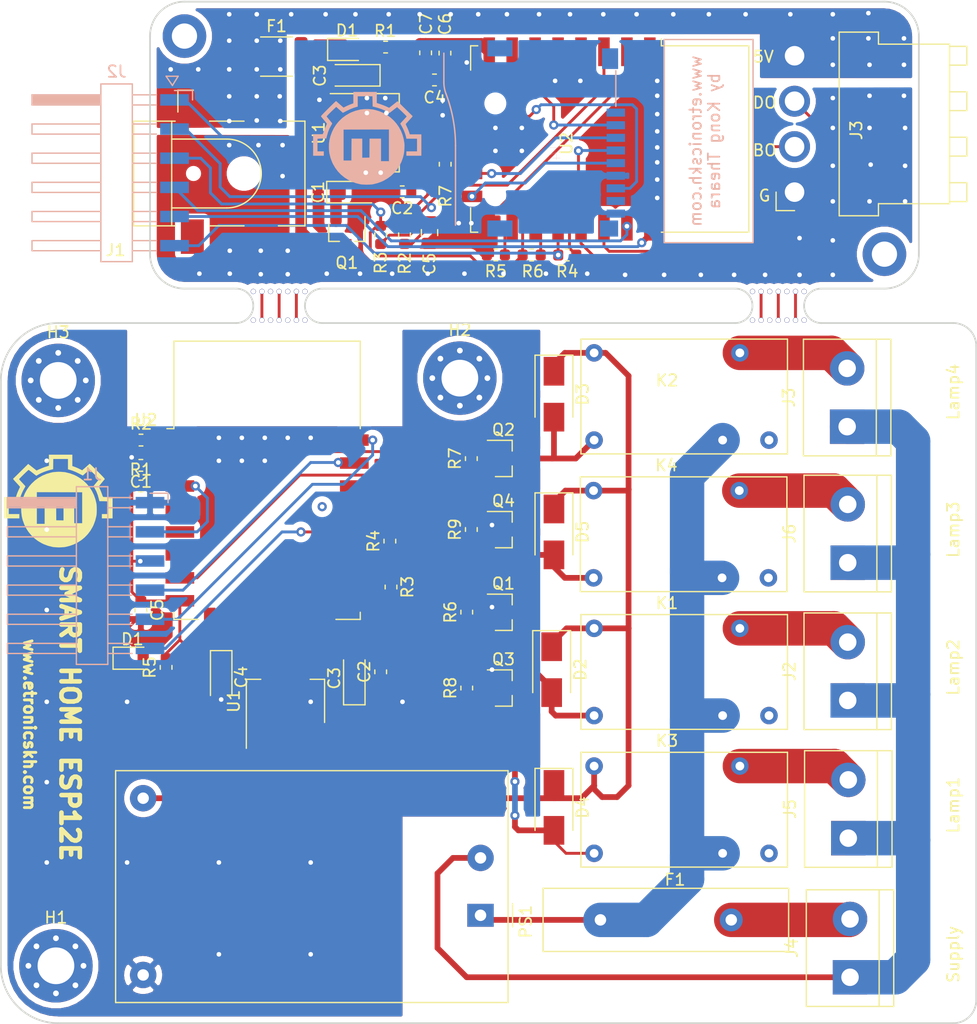
<source format=kicad_pcb>
(kicad_pcb (version 20171130) (host pcbnew "(5.1.6)-1")
  (layers (0 F.Cu signal) (31 B.Cu signal) (34 B.Paste user) (35 F.Paste user) (36 B.SilkS user) (37 F.SilkS user) (38 B.Mask user) (39 F.Mask user) (44 Edge.Cuts user))
  (net 0 "")
  (net 1 GND)
  (net 2 +5V)
  (net 3 +3V3)
  (net 4 /RST)
  (net 5 "Net-(D1-Pad2)")
  (net 6 /PW_LED)
  (net 7 "Net-(F1-Pad2)")
  (net 8 /CTS)
  (net 9 /RXD)
  (net 10 /RX)
  (net 11 /DTR)
  (net 12 /LED_EN)
  (net 13 /LED_DATA)
  (net 14 "Net-(J4-Pad1)")
  (net 15 /CS)
  (net 16 /MOSI)
  (net 17 /SCLK)
  (net 18 /MISO)
  (net 19 "Net-(J4-Pad8)")
  (net 20 "Net-(R5-Pad1)")
  (net 21 "Net-(R6-Pad2)")
  (net 22 "Net-(U2-Pad2)")
  (net 23 "Net-(U2-Pad4)")
  (net 24 "Net-(U2-Pad5)")
  (net 25 "Net-(U2-Pad6)")
  (net 26 "Net-(U2-Pad7)")
  (net 27 "Net-(U2-Pad11)")
  (net 28 "Net-(U2-Pad12)")
  (net 29 /EN)
  (net 30 "Net-(D2-Pad2)")
  (net 31 "Net-(D3-Pad2)")
  (net 32 "Net-(D4-Pad2)")
  (net 33 "Net-(D5-Pad2)")
  (net 34 /L)
  (net 35 /TXD)
  (net 36 /BOOT)
  (net 37 /N)
  (net 38 "Net-(Q1-Pad2)")
  (net 39 "Net-(Q2-Pad2)")
  (net 40 "Net-(Q3-Pad2)")
  (net 41 "Net-(Q4-Pad2)")
  (net 42 "Net-(R2-Pad2)")
  (net 43 "Net-(R3-Pad1)")
  (net 44 /R1)
  (net 45 /R3)
  (net 46 /R2)
  (net 47 /R4)
  (net 48 "Net-(U2-Pad9)")
  (net 49 "Net-(U2-Pad10)")
  (net 50 "Net-(U2-Pad13)")
  (net 51 "Net-(U2-Pad14)")
  (net 52 "Net-(U2-Pad17)")
  (net 53 "Net-(J2-Pad2)")
  (net 54 "Net-(J3-Pad2)")
  (net 55 "Net-(J5-Pad2)")
  (net 56 "Net-(J6-Pad2)")
  (module lib:etronicskh_logo (layer F.Cu) (at 89 96 270)
    (fp_text reference G*** hide)
    (fp_text value LOGO hide)
  )
  (module Capacitor_SMD:C_0603_1608Metric (layer F.Cu) (at 96.2 92.4 180)
    (fp_text reference C1 (at 0 -1.43) (layer F.SilkS))
    (fp_text value 1u)
    (pad 1 smd roundrect (at -0.7875 0 180) (size 0.875 0.95) (layers F.Cu F.Paste F.Mask) (net 29 /EN))
    (pad 2 smd roundrect (at 0.7875 0 180) (size 0.875 0.95) (layers F.Cu F.Paste F.Mask) (net 1 GND))
  )
  (module Capacitor_SMD:C_0603_1608Metric (layer F.Cu) (at 117.1 110.3875 90)
    (fp_text reference C2 (at 0 -1.43 90) (layer F.SilkS))
    (fp_text value 100n)
    (pad 2 smd roundrect (at 0.7875 0 90) (size 0.875 0.95) (layers F.Cu F.Paste F.Mask) (net 1 GND))
    (pad 1 smd roundrect (at -0.7875 0 90) (size 0.875 0.95) (layers F.Cu F.Paste F.Mask) (net 2 +5V))
  )
  (module Capacitor_Tantalum_SMD:CP_EIA-3216-18_Kemet-A (layer F.Cu) (at 114.8 110.95 90)
    (fp_text reference C3 (at 0 -1.75 90) (layer F.SilkS))
    (fp_text value 22u)
    (pad 2 smd roundrect (at 1.35 0 90) (size 1.4 1.35) (layers F.Cu F.Paste F.Mask) (roundrect_rratio 0.185185) (net 1 GND))
    (pad 1 smd roundrect (at -1.35 0 90) (size 1.4 1.35) (layers F.Cu F.Paste F.Mask) (roundrect_rratio 0.185185) (net 2 +5V))
  )
  (module Capacitor_Tantalum_SMD:CP_EIA-3216-18_Kemet-A (layer F.Cu) (at 103.2 110.85 270)
    (fp_text reference C4 (at 0 -1.75 90) (layer F.SilkS))
    (fp_text value 22u)
    (pad 1 smd roundrect (at -1.35 0 270) (size 1.4 1.35) (layers F.Cu F.Paste F.Mask) (roundrect_rratio 0.185185) (net 3 +3V3))
    (pad 2 smd roundrect (at 1.35 0 270) (size 1.4 1.35) (layers F.Cu F.Paste F.Mask) (roundrect_rratio 0.185185) (net 1 GND))
  )
  (module Capacitor_SMD:C_0603_1608Metric (layer F.Cu) (at 96.2 105 270)
    (fp_text reference C5 (at 0 -1.43 90) (layer F.SilkS))
    (fp_text value 100n)
    (pad 1 smd roundrect (at -0.7875 0 270) (size 0.875 0.95) (layers F.Cu F.Paste F.Mask) (net 3 +3V3))
    (pad 2 smd roundrect (at 0.7875 0 270) (size 0.875 0.95) (layers F.Cu F.Paste F.Mask) (net 1 GND))
  )
  (module LED_SMD:LED_0805_2012Metric (layer F.Cu) (at 95.4625 109.2)
    (fp_text reference D1 (at 0 -1.65) (layer F.SilkS))
    (fp_text value RED)
    (pad 1 smd roundrect (at -0.9375 0) (size 0.975 1.4) (layers F.Cu F.Paste F.Mask) (net 1 GND))
    (pad 2 smd roundrect (at 0.9375 0) (size 0.975 1.4) (layers F.Cu F.Paste F.Mask) (net 5 "Net-(D1-Pad2)"))
  )
  (module Diode_SMD:D_SMA (layer F.Cu) (at 132 110.2 270)
    (fp_text reference D2 (at 0 -2.5 90) (layer F.SilkS))
    (fp_text value M7)
    (pad 2 smd rect (at 2 0 270) (size 2.5 1.8) (layers F.Cu F.Paste F.Mask) (net 30 "Net-(D2-Pad2)"))
    (pad 1 smd rect (at -2 0 270) (size 2.5 1.8) (layers F.Cu F.Paste F.Mask) (net 2 +5V))
  )
  (module Diode_SMD:D_SMA (layer F.Cu) (at 132.2 86.2 270)
    (fp_text reference D3 (at 0 -2.5 90) (layer F.SilkS))
    (fp_text value M7)
    (pad 1 smd rect (at -2 0 270) (size 2.5 1.8) (layers F.Cu F.Paste F.Mask) (net 2 +5V))
    (pad 2 smd rect (at 2 0 270) (size 2.5 1.8) (layers F.Cu F.Paste F.Mask) (net 31 "Net-(D3-Pad2)"))
  )
  (module Diode_SMD:D_SMA (layer F.Cu) (at 132.2 122.2 270)
    (fp_text reference D4 (at 0 -2.5 90) (layer F.SilkS))
    (fp_text value M7)
    (pad 2 smd rect (at 2 0 270) (size 2.5 1.8) (layers F.Cu F.Paste F.Mask) (net 32 "Net-(D4-Pad2)"))
    (pad 1 smd rect (at -2 0 270) (size 2.5 1.8) (layers F.Cu F.Paste F.Mask) (net 2 +5V))
  )
  (module Diode_SMD:D_SMA (layer F.Cu) (at 132.2 98.2 270)
    (fp_text reference D5 (at 0 -2.5 90) (layer F.SilkS))
    (fp_text value M7)
    (pad 1 smd rect (at -2 0 270) (size 2.5 1.8) (layers F.Cu F.Paste F.Mask) (net 2 +5V))
    (pad 2 smd rect (at 2 0 270) (size 2.5 1.8) (layers F.Cu F.Paste F.Mask) (net 33 "Net-(D5-Pad2)"))
  )
  (module MountingHole:MountingHole_3.2mm_M3_Pad_Via (layer F.Cu) (at 88.8 136)
    (fp_text reference H1 (at 0 -4.2) (layer F.SilkS))
    (fp_text value M)
    (pad 1 thru_hole circle (at 0 0) (size 6.4 6.4) (drill 3.2) (layers *.Cu *.Mask))
    (pad 1 thru_hole circle (at 2.4 0) (size 0.8 0.8) (drill 0.5) (layers *.Cu *.Mask))
    (pad 1 thru_hole circle (at 1.697056 1.697056) (size 0.8 0.8) (drill 0.5) (layers *.Cu *.Mask))
    (pad 1 thru_hole circle (at 0 2.4) (size 0.8 0.8) (drill 0.5) (layers *.Cu *.Mask))
    (pad 1 thru_hole circle (at -1.697056 1.697056) (size 0.8 0.8) (drill 0.5) (layers *.Cu *.Mask))
    (pad 1 thru_hole circle (at -2.4 0) (size 0.8 0.8) (drill 0.5) (layers *.Cu *.Mask))
    (pad 1 thru_hole circle (at -1.697056 -1.697056) (size 0.8 0.8) (drill 0.5) (layers *.Cu *.Mask))
    (pad 1 thru_hole circle (at 0 -2.4) (size 0.8 0.8) (drill 0.5) (layers *.Cu *.Mask))
    (pad 1 thru_hole circle (at 1.697056 -1.697056) (size 0.8 0.8) (drill 0.5) (layers *.Cu *.Mask))
  )
  (module MountingHole:MountingHole_3.2mm_M3_Pad_Via (layer F.Cu) (at 124 84.8)
    (fp_text reference H2 (at 0 -4.2) (layer F.SilkS))
    (fp_text value M)
    (pad 1 thru_hole circle (at 1.697056 -1.697056) (size 0.8 0.8) (drill 0.5) (layers *.Cu *.Mask))
    (pad 1 thru_hole circle (at 0 -2.4) (size 0.8 0.8) (drill 0.5) (layers *.Cu *.Mask))
    (pad 1 thru_hole circle (at -1.697056 -1.697056) (size 0.8 0.8) (drill 0.5) (layers *.Cu *.Mask))
    (pad 1 thru_hole circle (at -2.4 0) (size 0.8 0.8) (drill 0.5) (layers *.Cu *.Mask))
    (pad 1 thru_hole circle (at -1.697056 1.697056) (size 0.8 0.8) (drill 0.5) (layers *.Cu *.Mask))
    (pad 1 thru_hole circle (at 0 2.4) (size 0.8 0.8) (drill 0.5) (layers *.Cu *.Mask))
    (pad 1 thru_hole circle (at 1.697056 1.697056) (size 0.8 0.8) (drill 0.5) (layers *.Cu *.Mask))
    (pad 1 thru_hole circle (at 2.4 0) (size 0.8 0.8) (drill 0.5) (layers *.Cu *.Mask))
    (pad 1 thru_hole circle (at 0 0) (size 6.4 6.4) (drill 3.2) (layers *.Cu *.Mask))
  )
  (module Connector_Harwin:Harwin_M20-89006xx_1x06_P2.54mm_Horizontal (layer B.Cu) (at 91.475 102 180)
    (fp_text reference J1 (at -0.48 8.82) (layer B.SilkS) (effects (justify mirror)))
    (fp_text value Conn_01x06)
    (pad 1 smd rect (at -5.525 6.35 180) (size 2.5 1) (layers B.Cu B.Paste B.Mask) (net 1 GND))
    (pad 2 smd rect (at -5.525 3.81 180) (size 2.5 1) (layers B.Cu B.Paste B.Mask) (net 29 /EN))
    (pad 3 smd rect (at -5.525 1.27 180) (size 2.5 1) (layers B.Cu B.Paste B.Mask) (net 3 +3V3))
    (pad 4 smd rect (at -5.525 -1.27 180) (size 2.5 1) (layers B.Cu B.Paste B.Mask) (net 9 /RXD))
    (pad 5 smd rect (at -5.525 -3.81 180) (size 2.5 1) (layers B.Cu B.Paste B.Mask) (net 35 /TXD))
    (pad 6 smd rect (at -5.525 -6.35 180) (size 2.5 1) (layers B.Cu B.Paste B.Mask) (net 36 /BOOT))
    (pad "" smd rect (at 3.895 6.35 180) (size 6 0.76) (layers B.SilkS))
  )
  (module TerminalBlock:TerminalBlock_bornier-2_P5.08mm (layer F.Cu) (at 157.8 112.88 90)
    (fp_text reference J2 (at 2.54 -5.08 90) (layer F.SilkS))
    (fp_text value Lamp1)
    (pad 2 thru_hole circle (at 5.08 0 90) (size 3 3) (drill 1.52) (layers *.Cu *.Mask) (net 53 "Net-(J2-Pad2)"))
    (pad 1 thru_hole rect (at 0 0 90) (size 3 3) (drill 1.52) (layers *.Cu *.Mask) (net 37 /N))
  )
  (module TerminalBlock:TerminalBlock_bornier-2_P5.08mm (layer F.Cu) (at 157.75 89.03 90)
    (fp_text reference J3 (at 2.54 -5.08 90) (layer F.SilkS))
    (fp_text value Lamp3)
    (pad 1 thru_hole rect (at 0 0 90) (size 3 3) (drill 1.52) (layers *.Cu *.Mask) (net 37 /N))
    (pad 2 thru_hole circle (at 5.08 0 90) (size 3 3) (drill 1.52) (layers *.Cu *.Mask) (net 54 "Net-(J3-Pad2)"))
  )
  (module TerminalBlock:TerminalBlock_bornier-2_P5.08mm (layer F.Cu) (at 158 137 90)
    (fp_text reference J4 (at 2.54 -5.08 90) (layer F.SilkS))
    (fp_text value "AC Input")
    (pad 2 thru_hole circle (at 5.08 0 90) (size 3 3) (drill 1.52) (layers *.Cu *.Mask) (net 7 "Net-(F1-Pad2)"))
    (pad 1 thru_hole rect (at 0 0 90) (size 3 3) (drill 1.52) (layers *.Cu *.Mask) (net 37 /N))
  )
  (module TerminalBlock:TerminalBlock_bornier-2_P5.08mm (layer F.Cu) (at 157.85 124.88 90)
    (fp_text reference J5 (at 2.54 -5.08 90) (layer F.SilkS))
    (fp_text value Lamp2)
    (pad 1 thru_hole rect (at 0 0 90) (size 3 3) (drill 1.52) (layers *.Cu *.Mask) (net 37 /N))
    (pad 2 thru_hole circle (at 5.08 0 90) (size 3 3) (drill 1.52) (layers *.Cu *.Mask) (net 55 "Net-(J5-Pad2)"))
  )
  (module TerminalBlock:TerminalBlock_bornier-2_P5.08mm (layer F.Cu) (at 157.8 100.88 90)
    (fp_text reference J6 (at 2.54 -5.08 90) (layer F.SilkS))
    (fp_text value Lamp4)
    (pad 1 thru_hole rect (at 0 0 90) (size 3 3) (drill 1.52) (layers *.Cu *.Mask) (net 37 /N))
    (pad 2 thru_hole circle (at 5.08 0 90) (size 3 3) (drill 1.52) (layers *.Cu *.Mask) (net 56 "Net-(J6-Pad2)"))
  )
  (module Converter_ACDC:Converter_ACDC_HiLink_HLK-PMxx (layer F.Cu) (at 125.8 131.6 180)
    (fp_text reference PS1 (at -3.94 -0.55 90) (layer F.SilkS))
    (fp_text value HLK-PM03)
    (pad 3 thru_hole circle (at 29.4 -5.2 180) (size 2.3 2.3) (drill 1) (layers *.Cu *.Mask) (net 1 GND))
    (pad 1 thru_hole rect (at 0 0 180) (size 2.3 2) (drill 1) (layers *.Cu *.Mask) (net 34 /L))
    (pad 2 thru_hole circle (at 0 5 180) (size 2.3 2.3) (drill 1) (layers *.Cu *.Mask) (net 37 /N))
    (pad 4 thru_hole circle (at 29.4 10.2 180) (size 2.3 2.3) (drill 1) (layers *.Cu *.Mask) (net 2 +5V))
  )
  (module Resistor_SMD:R_0603_1608Metric (layer F.Cu) (at 96.2 94.2)
    (fp_text reference R1 (at 0 -1.43) (layer F.SilkS))
    (fp_text value 10k)
    (pad 2 smd roundrect (at 0.7875 0) (size 0.875 0.95) (layers F.Cu F.Paste F.Mask) (net 29 /EN))
    (pad 1 smd roundrect (at -0.7875 0) (size 0.875 0.95) (layers F.Cu F.Paste F.Mask) (net 3 +3V3))
  )
  (module Resistor_SMD:R_0603_1608Metric (layer F.Cu) (at 96.2125 90.2)
    (fp_text reference R2 (at 0 -1.43) (layer F.SilkS))
    (fp_text value 10k)
    (pad 1 smd roundrect (at -0.7875 0) (size 0.875 0.95) (layers F.Cu F.Paste F.Mask) (net 3 +3V3))
    (pad 2 smd roundrect (at 0.7875 0) (size 0.875 0.95) (layers F.Cu F.Paste F.Mask) (net 42 "Net-(R2-Pad2)"))
  )
  (module Resistor_SMD:R_0603_1608Metric (layer F.Cu) (at 118 103 270)
    (fp_text reference R3 (at 0 -1.43 90) (layer F.SilkS))
    (fp_text value 10k)
    (pad 1 smd roundrect (at -0.7875 0 270) (size 0.875 0.95) (layers F.Cu F.Paste F.Mask) (net 43 "Net-(R3-Pad1)"))
    (pad 2 smd roundrect (at 0.7875 0 270) (size 0.875 0.95) (layers F.Cu F.Paste F.Mask) (net 1 GND))
  )
  (module Resistor_SMD:R_0603_1608Metric (layer F.Cu) (at 117.9 99 90)
    (fp_text reference R4 (at 0 -1.43 90) (layer F.SilkS))
    (fp_text value R_Small)
    (pad 2 smd roundrect (at 0.7875 0 90) (size 0.875 0.95) (layers F.Cu F.Paste F.Mask) (net 36 /BOOT))
    (pad 1 smd roundrect (at -0.7875 0 90) (size 0.875 0.95) (layers F.Cu F.Paste F.Mask) (net 3 +3V3))
  )
  (module Resistor_SMD:R_0603_1608Metric (layer F.Cu) (at 98.4 110 90)
    (fp_text reference R5 (at 0 -1.43 90) (layer F.SilkS))
    (fp_text value 1k)
    (pad 1 smd roundrect (at -0.7875 0 90) (size 0.875 0.95) (layers F.Cu F.Paste F.Mask) (net 5 "Net-(D1-Pad2)"))
    (pad 2 smd roundrect (at 0.7875 0 90) (size 0.875 0.95) (layers F.Cu F.Paste F.Mask) (net 3 +3V3))
  )
  (module Resistor_SMD:R_0603_1608Metric (layer F.Cu) (at 124.6 105.1875 90)
    (fp_text reference R6 (at 0 -1.43 90) (layer F.SilkS))
    (fp_text value 10k)
    (pad 2 smd roundrect (at 0.7875 0 90) (size 0.875 0.95) (layers F.Cu F.Paste F.Mask) (net 44 /R1))
    (pad 1 smd roundrect (at -0.7875 0 90) (size 0.875 0.95) (layers F.Cu F.Paste F.Mask) (net 38 "Net-(Q1-Pad2)"))
  )
  (module Resistor_SMD:R_0603_1608Metric (layer F.Cu) (at 125 91.8125 90)
    (fp_text reference R7 (at 0 -1.43 90) (layer F.SilkS))
    (fp_text value 10k)
    (pad 1 smd roundrect (at -0.7875 0 90) (size 0.875 0.95) (layers F.Cu F.Paste F.Mask) (net 39 "Net-(Q2-Pad2)"))
    (pad 2 smd roundrect (at 0.7875 0 90) (size 0.875 0.95) (layers F.Cu F.Paste F.Mask) (net 45 /R3))
  )
  (module Resistor_SMD:R_0603_1608Metric (layer F.Cu) (at 124.6 111.8 90)
    (fp_text reference R8 (at 0 -1.43 90) (layer F.SilkS))
    (fp_text value 10k)
    (pad 1 smd roundrect (at -0.7875 0 90) (size 0.875 0.95) (layers F.Cu F.Paste F.Mask) (net 40 "Net-(Q3-Pad2)"))
    (pad 2 smd roundrect (at 0.7875 0 90) (size 0.875 0.95) (layers F.Cu F.Paste F.Mask) (net 46 /R2))
  )
  (module Resistor_SMD:R_0603_1608Metric (layer F.Cu) (at 125 97.9875 90)
    (fp_text reference R9 (at 0 -1.43 90) (layer F.SilkS))
    (fp_text value 10k)
    (pad 2 smd roundrect (at 0.7875 0 90) (size 0.875 0.95) (layers F.Cu F.Paste F.Mask) (net 47 /R4))
    (pad 1 smd roundrect (at -0.7875 0 90) (size 0.875 0.95) (layers F.Cu F.Paste F.Mask) (net 41 "Net-(Q4-Pad2)"))
  )
  (module Package_TO_SOT_SMD:SOT-223-3_TabPin2 (layer F.Cu) (at 108.8 112.95 90)
    (fp_text reference U1 (at 0 -4.5 90) (layer F.SilkS))
    (fp_text value AMS1117-3.3)
    (pad 2 smd rect (at 3.15 0 90) (size 2 3.8) (layers F.Cu F.Paste F.Mask) (net 3 +3V3))
    (pad 2 smd rect (at -3.15 0 90) (size 2 1.5) (layers F.Cu F.Paste F.Mask) (net 3 +3V3))
    (pad 3 smd rect (at -3.15 2.3 90) (size 2 1.5) (layers F.Cu F.Paste F.Mask) (net 2 +5V))
    (pad 1 smd rect (at -3.15 -2.3 90) (size 2 1.5) (layers F.Cu F.Paste F.Mask) (net 1 GND))
  )
  (module RF_Module:ESP-12E (layer F.Cu) (at 107.2 93.7)
    (fp_text reference U2 (at -10.56 -5.26) (layer F.SilkS))
    (fp_text value ESP-12E)
    (pad 1 smd rect (at -7.6 -3.5) (size 2.5 1) (layers F.Cu F.Paste F.Mask) (net 42 "Net-(R2-Pad2)"))
    (pad 2 smd rect (at -7.6 -1.5) (size 2.5 1) (layers F.Cu F.Paste F.Mask) (net 22 "Net-(U2-Pad2)"))
    (pad 3 smd rect (at -7.6 0.5) (size 2.5 1) (layers F.Cu F.Paste F.Mask) (net 29 /EN))
    (pad 4 smd rect (at -7.6 2.5) (size 2.5 1) (layers F.Cu F.Paste F.Mask) (net 23 "Net-(U2-Pad4)"))
    (pad 5 smd rect (at -7.6 4.5) (size 2.5 1) (layers F.Cu F.Paste F.Mask) (net 24 "Net-(U2-Pad5)"))
    (pad 6 smd rect (at -7.6 6.5) (size 2.5 1) (layers F.Cu F.Paste F.Mask) (net 45 /R3))
    (pad 7 smd rect (at -7.6 8.5) (size 2.5 1) (layers F.Cu F.Paste F.Mask) (net 47 /R4))
    (pad 8 smd rect (at -7.6 10.5) (size 2.5 1) (layers F.Cu F.Paste F.Mask) (net 3 +3V3))
    (pad 9 smd rect (at -5 12) (size 1 1.8) (layers F.Cu F.Paste F.Mask) (net 48 "Net-(U2-Pad9)"))
    (pad 10 smd rect (at -3 12) (size 1 1.8) (layers F.Cu F.Paste F.Mask) (net 49 "Net-(U2-Pad10)"))
    (pad 11 smd rect (at -1 12) (size 1 1.8) (layers F.Cu F.Paste F.Mask) (net 27 "Net-(U2-Pad11)"))
    (pad 12 smd rect (at 1 12) (size 1 1.8) (layers F.Cu F.Paste F.Mask) (net 28 "Net-(U2-Pad12)"))
    (pad 13 smd rect (at 3 12) (size 1 1.8) (layers F.Cu F.Paste F.Mask) (net 50 "Net-(U2-Pad13)"))
    (pad 14 smd rect (at 5 12) (size 1 1.8) (layers F.Cu F.Paste F.Mask) (net 51 "Net-(U2-Pad14)"))
    (pad 15 smd rect (at 7.6 10.5) (size 2.5 1) (layers F.Cu F.Paste F.Mask) (net 1 GND))
    (pad 16 smd rect (at 7.6 8.5) (size 2.5 1) (layers F.Cu F.Paste F.Mask) (net 43 "Net-(R3-Pad1)"))
    (pad 17 smd rect (at 7.6 6.5) (size 2.5 1) (layers F.Cu F.Paste F.Mask) (net 52 "Net-(U2-Pad17)"))
    (pad 18 smd rect (at 7.6 4.5) (size 2.5 1) (layers F.Cu F.Paste F.Mask) (net 36 /BOOT))
    (pad 19 smd rect (at 7.6 2.5) (size 2.5 1) (layers F.Cu F.Paste F.Mask) (net 44 /R1))
    (pad 20 smd rect (at 7.6 0.5) (size 2.5 1) (layers F.Cu F.Paste F.Mask) (net 46 /R2))
    (pad 21 smd rect (at 7.6 -1.5) (size 2.5 1) (layers F.Cu F.Paste F.Mask) (net 9 /RXD))
    (pad 22 smd rect (at 7.6 -3.5) (size 2.5 1) (layers F.Cu F.Paste F.Mask) (net 35 /TXD))
  )
  (module Fuse:Fuse_Littelfuse-LVR125 (layer F.Cu) (at 136.25 132)
    (fp_text reference F1 (at 6.5 -3.5) (layer F.SilkS))
    (fp_text value 3A)
    (pad 1 thru_hole circle (at 0 0) (size 2 2) (drill 1) (layers *.Cu *.Mask) (net 34 /L))
    (pad 2 thru_hole circle (at 11.4 0) (size 2 2) (drill 1) (layers *.Cu *.Mask) (net 7 "Net-(F1-Pad2)"))
  )
  (module lib:SRSB_Relay (layer F.Cu) (at 142.05 110.4)
    (fp_text reference K1 (at 0 -6) (layer F.SilkS))
    (fp_text value ADW11)
    (pad 4 thru_hole circle (at 8.89 3.8) (size 1.524 1.524) (drill 0.762) (layers *.Cu *.Mask))
    (pad 3 thru_hole circle (at 4.85 3.8) (size 1.524 1.524) (drill 0.762) (layers *.Cu *.Mask) (net 34 /L))
    (pad 5 thru_hole circle (at 6.35 -3.8) (size 1.524 1.524) (drill 0.762) (layers *.Cu *.Mask) (net 53 "Net-(J2-Pad2)"))
    (pad 6 thru_hole circle (at -6.35 3.8) (size 1.524 1.524) (drill 0.762) (layers *.Cu *.Mask) (net 30 "Net-(D2-Pad2)"))
    (pad 1 thru_hole circle (at -6.35 -3.8) (size 1.524 1.524) (drill 0.762) (layers *.Cu *.Mask) (net 2 +5V))
  )
  (module lib:SRSB_Relay (layer F.Cu) (at 142.05 86.4)
    (fp_text reference K2 (at 0 -1.4) (layer F.SilkS))
    (fp_text value ADW11)
    (pad 1 thru_hole circle (at -6.35 -3.8) (size 1.524 1.524) (drill 0.762) (layers *.Cu *.Mask) (net 2 +5V))
    (pad 6 thru_hole circle (at -6.35 3.8) (size 1.524 1.524) (drill 0.762) (layers *.Cu *.Mask) (net 31 "Net-(D3-Pad2)"))
    (pad 5 thru_hole circle (at 6.35 -3.8) (size 1.524 1.524) (drill 0.762) (layers *.Cu *.Mask) (net 54 "Net-(J3-Pad2)"))
    (pad 3 thru_hole circle (at 4.85 3.8) (size 1.524 1.524) (drill 0.762) (layers *.Cu *.Mask) (net 34 /L))
    (pad 4 thru_hole circle (at 8.89 3.8) (size 1.524 1.524) (drill 0.762) (layers *.Cu *.Mask))
  )
  (module lib:SRSB_Relay (layer F.Cu) (at 142.05 122.4)
    (fp_text reference K3 (at 0 -6) (layer F.SilkS))
    (fp_text value ADW11)
    (pad 1 thru_hole circle (at -6.35 -3.8) (size 1.524 1.524) (drill 0.762) (layers *.Cu *.Mask) (net 2 +5V))
    (pad 6 thru_hole circle (at -6.35 3.8) (size 1.524 1.524) (drill 0.762) (layers *.Cu *.Mask) (net 32 "Net-(D4-Pad2)"))
    (pad 5 thru_hole circle (at 6.35 -3.8) (size 1.524 1.524) (drill 0.762) (layers *.Cu *.Mask) (net 55 "Net-(J5-Pad2)"))
    (pad 3 thru_hole circle (at 4.85 3.8) (size 1.524 1.524) (drill 0.762) (layers *.Cu *.Mask) (net 34 /L))
    (pad 4 thru_hole circle (at 8.89 3.8) (size 1.524 1.524) (drill 0.762) (layers *.Cu *.Mask))
  )
  (module lib:SRSB_Relay (layer F.Cu) (at 142 98.4)
    (fp_text reference K4 (at 0 -6) (layer F.SilkS))
    (fp_text value ADW11)
    (pad 4 thru_hole circle (at 8.89 3.8) (size 1.524 1.524) (drill 0.762) (layers *.Cu *.Mask))
    (pad 3 thru_hole circle (at 4.85 3.8) (size 1.524 1.524) (drill 0.762) (layers *.Cu *.Mask) (net 34 /L))
    (pad 5 thru_hole circle (at 6.35 -3.8) (size 1.524 1.524) (drill 0.762) (layers *.Cu *.Mask) (net 56 "Net-(J6-Pad2)"))
    (pad 6 thru_hole circle (at -6.35 3.8) (size 1.524 1.524) (drill 0.762) (layers *.Cu *.Mask) (net 33 "Net-(D5-Pad2)"))
    (pad 1 thru_hole circle (at -6.35 -3.8) (size 1.524 1.524) (drill 0.762) (layers *.Cu *.Mask) (net 2 +5V))
  )
  (module Package_TO_SOT_SMD:SOT-23 (layer F.Cu) (at 127.8 105.2)
    (fp_text reference Q1 (at 0 -2.5) (layer F.SilkS))
    (fp_text value S8050)
    (pad 3 smd rect (at 1 0) (size 0.9 0.8) (layers F.Cu F.Paste F.Mask) (net 30 "Net-(D2-Pad2)"))
    (pad 2 smd rect (at -1 0.95) (size 0.9 0.8) (layers F.Cu F.Paste F.Mask) (net 38 "Net-(Q1-Pad2)"))
    (pad 1 smd rect (at -1 -0.95) (size 0.9 0.8) (layers F.Cu F.Paste F.Mask) (net 1 GND))
  )
  (module Package_TO_SOT_SMD:SOT-23 (layer F.Cu) (at 127.8 91.8)
    (fp_text reference Q2 (at 0 -2.5) (layer F.SilkS))
    (fp_text value S8050)
    (pad 1 smd rect (at -1 -0.95) (size 0.9 0.8) (layers F.Cu F.Paste F.Mask) (net 1 GND))
    (pad 2 smd rect (at -1 0.95) (size 0.9 0.8) (layers F.Cu F.Paste F.Mask) (net 39 "Net-(Q2-Pad2)"))
    (pad 3 smd rect (at 1 0) (size 0.9 0.8) (layers F.Cu F.Paste F.Mask) (net 31 "Net-(D3-Pad2)"))
  )
  (module Package_TO_SOT_SMD:SOT-23 (layer F.Cu) (at 127.8 111.8)
    (fp_text reference Q3 (at 0 -2.5) (layer F.SilkS))
    (fp_text value S8050)
    (pad 1 smd rect (at -1 -0.95) (size 0.9 0.8) (layers F.Cu F.Paste F.Mask) (net 1 GND))
    (pad 2 smd rect (at -1 0.95) (size 0.9 0.8) (layers F.Cu F.Paste F.Mask) (net 40 "Net-(Q3-Pad2)"))
    (pad 3 smd rect (at 1 0) (size 0.9 0.8) (layers F.Cu F.Paste F.Mask) (net 32 "Net-(D4-Pad2)"))
  )
  (module Package_TO_SOT_SMD:SOT-23 (layer F.Cu) (at 127.8 98)
    (fp_text reference Q4 (at 0 -2.5) (layer F.SilkS))
    (fp_text value S8050)
    (pad 3 smd rect (at 1 0) (size 0.9 0.8) (layers F.Cu F.Paste F.Mask) (net 33 "Net-(D5-Pad2)"))
    (pad 2 smd rect (at -1 0.95) (size 0.9 0.8) (layers F.Cu F.Paste F.Mask) (net 41 "Net-(Q4-Pad2)"))
    (pad 1 smd rect (at -1 -0.95) (size 0.9 0.8) (layers F.Cu F.Paste F.Mask) (net 1 GND))
  )
  (module MountingHole:MountingHole_3.2mm_M3_Pad_Via (layer F.Cu) (at 89 85)
    (fp_text reference H3 (at 0 -4.2) (layer F.SilkS))
    (fp_text value M)
    (pad 1 thru_hole circle (at 0 0) (size 6.4 6.4) (drill 3.2) (layers *.Cu *.Mask))
    (pad 1 thru_hole circle (at 2.4 0) (size 0.8 0.8) (drill 0.5) (layers *.Cu *.Mask))
    (pad 1 thru_hole circle (at 1.697056 1.697056) (size 0.8 0.8) (drill 0.5) (layers *.Cu *.Mask))
    (pad 1 thru_hole circle (at 0 2.4) (size 0.8 0.8) (drill 0.5) (layers *.Cu *.Mask))
    (pad 1 thru_hole circle (at -1.697056 1.697056) (size 0.8 0.8) (drill 0.5) (layers *.Cu *.Mask))
    (pad 1 thru_hole circle (at -2.4 0) (size 0.8 0.8) (drill 0.5) (layers *.Cu *.Mask))
    (pad 1 thru_hole circle (at -1.697056 -1.697056) (size 0.8 0.8) (drill 0.5) (layers *.Cu *.Mask))
    (pad 1 thru_hole circle (at 0 -2.4) (size 0.8 0.8) (drill 0.5) (layers *.Cu *.Mask))
    (pad 1 thru_hole circle (at 1.697056 -1.697056) (size 0.8 0.8) (drill 0.5) (layers *.Cu *.Mask))
  )
  (module lib:etronicskh_logo (layer B.Cu) (at 115.95 64.4 270)
    (fp_text reference G*** hide)
    (fp_text value LOGO hide)
  )
  (module Capacitor_Tantalum_SMD:CP_EIA-3216-18_Kemet-A (layer F.Cu) (at 114.70486 68.5962)
    (fp_text reference C1 (at -3.05486 0.0038 90) (layer F.SilkS))
    (fp_text value 22u)
    (pad 2 smd roundrect (at 1.35 0) (size 1.4 1.35) (layers F.Cu F.Paste F.Mask) (roundrect_rratio 0.185185) (net 1 GND))
    (pad 1 smd roundrect (at -1.35 0) (size 1.4 1.35) (layers F.Cu F.Paste F.Mask) (roundrect_rratio 0.185185) (net 2 +5V))
  )
  (module Capacitor_SMD:C_0603_1608Metric (layer F.Cu) (at 118.9784 68.56826 180)
    (fp_text reference C2 (at 0 -1.43) (layer F.SilkS))
    (fp_text value 0.1u)
    (pad 2 smd roundrect (at 0.7875 0 180) (size 0.875 0.95) (layers F.Cu F.Paste F.Mask) (net 1 GND))
    (pad 1 smd roundrect (at -0.7875 0 180) (size 0.875 0.95) (layers F.Cu F.Paste F.Mask) (net 2 +5V))
  )
  (module Capacitor_Tantalum_SMD:CP_EIA-3216-18_Kemet-A (layer F.Cu) (at 114.73534 58.41842 180)
    (fp_text reference C3 (at 2.93534 -0.03158 90) (layer F.SilkS))
    (fp_text value 22u)
    (pad 1 smd roundrect (at -1.35 0 180) (size 1.4 1.35) (layers F.Cu F.Paste F.Mask) (roundrect_rratio 0.185185) (net 3 +3V3))
    (pad 2 smd roundrect (at 1.35 0 180) (size 1.4 1.35) (layers F.Cu F.Paste F.Mask) (roundrect_rratio 0.185185) (net 1 GND))
  )
  (module Capacitor_SMD:C_0603_1608Metric (layer F.Cu) (at 121.78754 58.82228)
    (fp_text reference C4 (at 0.01246 1.52772) (layer F.SilkS))
    (fp_text value 0.1u)
    (pad 1 smd roundrect (at -0.7875 0) (size 0.875 0.95) (layers F.Cu F.Paste F.Mask) (net 3 +3V3))
    (pad 2 smd roundrect (at 0.7875 0) (size 0.875 0.95) (layers F.Cu F.Paste F.Mask) (net 1 GND))
  )
  (module Capacitor_SMD:C_0805_2012Metric (layer F.Cu) (at 121.35584 72.11894 270)
    (fp_text reference C5 (at 2.73106 0.00584 90) (layer F.SilkS))
    (fp_text value 1u)
    (pad 1 smd roundrect (at -0.9375 0 270) (size 0.975 1.4) (layers F.Cu F.Paste F.Mask) (net 4 /RST))
    (pad 2 smd roundrect (at 0.9375 0 270) (size 0.975 1.4) (layers F.Cu F.Paste F.Mask) (net 1 GND))
  )
  (module Capacitor_SMD:C_0603_1608Metric (layer F.Cu) (at 122.6995 56.48304 270)
    (fp_text reference C6 (at -2.53304 -0.0005 90) (layer F.SilkS))
    (fp_text value 0.1u)
    (pad 2 smd roundrect (at 0.7875 0 270) (size 0.875 0.95) (layers F.Cu F.Paste F.Mask) (net 1 GND))
    (pad 1 smd roundrect (at -0.7875 0 270) (size 0.875 0.95) (layers F.Cu F.Paste F.Mask) (net 3 +3V3))
  )
  (module Capacitor_SMD:C_0603_1608Metric (layer F.Cu) (at 121.01548 56.46008 270)
    (fp_text reference C7 (at -2.56008 -0.03452 90) (layer F.SilkS))
    (fp_text value 0.1u)
    (pad 1 smd roundrect (at -0.7875 0 270) (size 0.875 0.95) (layers F.Cu F.Paste F.Mask) (net 3 +3V3))
    (pad 2 smd roundrect (at 0.7875 0 270) (size 0.875 0.95) (layers F.Cu F.Paste F.Mask) (net 1 GND))
  )
  (module LED_SMD:LED_0805_2012Metric (layer F.Cu) (at 114.16232 56.16544)
    (fp_text reference D1 (at 0 -1.65) (layer F.SilkS))
    (fp_text value RED)
    (pad 1 smd roundrect (at -0.9375 0) (size 0.975 1.4) (layers F.Cu F.Paste F.Mask) (net 1 GND))
    (pad 2 smd roundrect (at 0.9375 0) (size 0.975 1.4) (layers F.Cu F.Paste F.Mask) (net 5 "Net-(D1-Pad2)"))
  )
  (module Fuse:Fuse_1812_4532Metric (layer F.Cu) (at 108.02456 56.7852)
    (fp_text reference F1 (at 0 -2.65) (layer F.SilkS))
    (fp_text value 1A)
    (pad 1 smd roundrect (at -2.1375 0) (size 1.125 3.4) (layers F.Cu F.Paste F.Mask) (roundrect_rratio 0.222222) (net 6 /PW_LED))
    (pad 2 smd roundrect (at 2.1375 0) (size 1.125 3.4) (layers F.Cu F.Paste F.Mask) (roundrect_rratio 0.222222) (net 7 "Net-(F1-Pad2)"))
  )
  (module MountingHole:MountingHole_2.2mm_M2_DIN965_Pad (layer F.Cu) (at 100 55)
    (fp_text reference H1 (at 0.11176 0.05588) (layer F.SilkS))
    (fp_text value h)
    (pad 1 thru_hole circle (at 0 0) (size 3.8 3.8) (drill 2.2) (layers *.Cu *.Mask))
  )
  (module MountingHole:MountingHole_2.2mm_M2_DIN965_Pad (layer F.Cu) (at 161 74)
    (fp_text reference H2 (at 0 0.16594) (layer F.SilkS))
    (fp_text value h)
    (pad 1 thru_hole circle (at 0 0) (size 3.8 3.8) (drill 2.2) (layers *.Cu *.Mask))
  )
  (module Connector_BarrelJack:BarrelJack_CLIFF_FC681465S_SMT_Horizontal (layer F.Cu) (at 103.68786 66.9715)
    (fp_text reference J1 (at -9.68786 6.6785 180) (layer F.SilkS))
    (fp_text value POWER)
    (pad "" np_thru_hole oval (at -2.9 0 90) (size 0.3 0.3) (drill oval 0.3) (layers *.Cu *.Mask))
    (pad "" np_thru_hole circle (at 1.5 0 90) (size 2 2) (drill 2) (layers *.Cu *.Mask))
    (pad 1 smd rect (at -3 -5.5 90) (size 3 2) (layers F.Cu F.Paste F.Mask) (net 6 /PW_LED))
    (pad 1 smd rect (at 3 -5.5 90) (size 3 2) (layers F.Cu F.Paste F.Mask) (net 6 /PW_LED))
    (pad 2 smd rect (at 3 5.5 90) (size 3 2) (layers F.Cu F.Paste F.Mask) (net 1 GND))
    (pad 3 smd rect (at -3 5.5 90) (size 3 2) (layers F.Cu F.Paste F.Mask))
  )
  (module Connector_JST:JST_VH_B4PS-VH_1x04_P3.96mm_Horizontal (layer F.Cu) (at 153.1668 68.59394 90)
    (fp_text reference J3 (at 5.39394 5.3832 90) (layer F.SilkS))
    (fp_text value LED)
    (pad 1 thru_hole roundrect (at 0 0 90) (size 2.7 2.7) (drill 1.7) (layers *.Cu *.Mask) (roundrect_rratio 0.09259299999999999) (net 1 GND))
    (pad 2 thru_hole circle (at 3.96 0 90) (size 2.7 2.7) (drill 1.7) (layers *.Cu *.Mask) (net 13 /LED_DATA))
    (pad 3 thru_hole circle (at 7.92 0 90) (size 2.7 2.7) (drill 1.7) (layers *.Cu *.Mask) (net 12 /LED_EN))
    (pad 4 thru_hole circle (at 11.88 0 90) (size 2.7 2.7) (drill 1.7) (layers *.Cu *.Mask) (net 6 /PW_LED))
  )
  (module lib:SUNTECH_ST-TF-003A (layer B.Cu) (at 132.26152 65.18708 90)
    (fp_text reference J4 (at 0.13708 0.03848 90) (layer B.SilkS) (effects (font (size 1.000504 1.000504) (thickness 0.015)) (justify mirror)))
    (fp_text value Micro_SD_Card)
    (pad 1 smd rect (at 3.52 5.33 90) (size 0.7 1.6) (layers B.Cu B.Paste B.Mask) (net 14 "Net-(J4-Pad1)"))
    (pad 2 smd rect (at 2.42 5.33 90) (size 0.7 1.6) (layers B.Cu B.Paste B.Mask) (net 15 /CS))
    (pad 3 smd rect (at 1.32 5.33 90) (size 0.7 1.6) (layers B.Cu B.Paste B.Mask) (net 16 /MOSI))
    (pad 4 smd rect (at 0.22 5.33 90) (size 0.7 1.6) (layers B.Cu B.Paste B.Mask) (net 3 +3V3))
    (pad 5 smd rect (at -0.88 5.33 90) (size 0.7 1.6) (layers B.Cu B.Paste B.Mask) (net 17 /SCLK))
    (pad 6 smd rect (at -1.98 5.33 90) (size 0.7 1.6) (layers B.Cu B.Paste B.Mask) (net 1 GND))
    (pad 7 smd rect (at -3.08 5.33 90) (size 0.7 1.6) (layers B.Cu B.Paste B.Mask) (net 18 /MISO))
    (pad 8 smd rect (at -4.18 5.33 90) (size 0.7 1.6) (layers B.Cu B.Paste B.Mask) (net 19 "Net-(J4-Pad8)"))
    (pad 9 smd rect (at -5.28 5.33 90) (size 0.7 1.6) (layers B.Cu B.Paste B.Mask) (net 1 GND))
    (pad G1 smd rect (at -6.58 4.73 90) (size 1.4 1.6) (layers B.Cu B.Paste B.Mask))
    (pad G2 smd rect (at -6.58 -4.77 90) (size 1.4 2.2) (layers B.Cu B.Paste B.Mask))
    (pad G4 smd rect (at 8.22 4.83 90) (size 1.8 1.4) (layers B.Cu B.Paste B.Mask))
    (pad G3 smd rect (at 9.12 -4.77 90) (size 1.4 2.2) (layers B.Cu B.Paste B.Mask))
    (pad None np_thru_hole circle (at -3.68 -5.17 90) (size 0.9 0.9) (drill 0.9) (layers *.Cu *.Mask))
    (pad None np_thru_hole circle (at 4.32 -5.17 90) (size 0.9 0.9) (drill 0.9) (layers *.Cu *.Mask))
  )
  (module Package_TO_SOT_SMD:SOT-23 (layer F.Cu) (at 114.15244 72.12858 270)
    (fp_text reference Q1 (at 2.62142 0.00244 180) (layer F.SilkS))
    (fp_text value AO3401A)
    (pad 1 smd rect (at -1 -0.95 270) (size 0.9 0.8) (layers F.Cu F.Paste F.Mask) (net 1 GND))
    (pad 2 smd rect (at -1 0.95 270) (size 0.9 0.8) (layers F.Cu F.Paste F.Mask) (net 2 +5V))
    (pad 3 smd rect (at 1 0 270) (size 0.9 0.8) (layers F.Cu F.Paste F.Mask) (net 7 "Net-(F1-Pad2)"))
  )
  (module Resistor_SMD:R_0603_1608Metric (layer F.Cu) (at 117.5307 55.95716 180)
    (fp_text reference R1 (at 0.0307 1.40716) (layer F.SilkS))
    (fp_text value 1k)
    (pad 1 smd roundrect (at -0.7875 0 180) (size 0.875 0.95) (layers F.Cu F.Paste F.Mask) (net 3 +3V3))
    (pad 2 smd roundrect (at 0.7875 0 180) (size 0.875 0.95) (layers F.Cu F.Paste F.Mask) (net 5 "Net-(D1-Pad2)"))
  )
  (module Resistor_SMD:R_0603_1608Metric (layer F.Cu) (at 119.17652 72.31466 270)
    (fp_text reference R2 (at 2.48534 -0.02348 90) (layer F.SilkS))
    (fp_text value 10K)
    (pad 1 smd roundrect (at -0.7875 0 270) (size 0.875 0.95) (layers F.Cu F.Paste F.Mask) (net 3 +3V3))
    (pad 2 smd roundrect (at 0.7875 0 270) (size 0.875 0.95) (layers F.Cu F.Paste F.Mask) (net 4 /RST))
  )
  (module Resistor_SMD:R_0603_1608Metric (layer F.Cu) (at 117.09372 72.32502 270)
    (fp_text reference R3 (at 2.42498 -0.00628 90) (layer F.SilkS))
    (fp_text value 10K)
    (pad 2 smd roundrect (at 0.7875 0 270) (size 0.875 0.95) (layers F.Cu F.Paste F.Mask) (net 8 /CTS))
    (pad 1 smd roundrect (at -0.7875 0 270) (size 0.875 0.95) (layers F.Cu F.Paste F.Mask) (net 3 +3V3))
  )
  (module Resistor_SMD:R_0603_1608Metric (layer F.Cu) (at 133.35998 74.07498 180)
    (fp_text reference R4 (at 0 -1.43) (layer F.SilkS))
    (fp_text value 10k)
    (pad 2 smd roundrect (at 0.7875 0 180) (size 0.875 0.95) (layers F.Cu F.Paste F.Mask) (net 11 /DTR))
    (pad 1 smd roundrect (at -0.7875 0 180) (size 0.875 0.95) (layers F.Cu F.Paste F.Mask) (net 3 +3V3))
  )
  (module Resistor_SMD:R_0603_1608Metric (layer F.Cu) (at 127.13678 74.06228 180)
    (fp_text reference R5 (at 0 -1.43) (layer F.SilkS))
    (fp_text value 10k)
    (pad 1 smd roundrect (at -0.7875 0 180) (size 0.875 0.95) (layers F.Cu F.Paste F.Mask) (net 20 "Net-(R5-Pad1)"))
    (pad 2 smd roundrect (at 0.7875 0 180) (size 0.875 0.95) (layers F.Cu F.Paste F.Mask) (net 1 GND))
  )
  (module Resistor_SMD:R_0603_1608Metric (layer F.Cu) (at 130.2559 74.0699)
    (fp_text reference R6 (at 0.0941 1.4301) (layer F.SilkS))
    (fp_text value 10k)
    (pad 2 smd roundrect (at 0.7875 0) (size 0.875 0.95) (layers F.Cu F.Paste F.Mask) (net 21 "Net-(R6-Pad2)"))
    (pad 1 smd roundrect (at -0.7875 0) (size 0.875 0.95) (layers F.Cu F.Paste F.Mask) (net 3 +3V3))
  )
  (module Resistor_SMD:R_0603_1608Metric (layer F.Cu) (at 122.71982 66.16532 90)
    (fp_text reference R7 (at -2.78468 0.03018 90) (layer F.SilkS))
    (fp_text value 10k)
    (pad 1 smd roundrect (at -0.7875 0 90) (size 0.875 0.95) (layers F.Cu F.Paste F.Mask) (net 16 /MOSI))
    (pad 2 smd roundrect (at 0.7875 0 90) (size 0.875 0.95) (layers F.Cu F.Paste F.Mask) (net 3 +3V3))
  )
  (module Package_TO_SOT_SMD:SOT-223-3_TabPin2 (layer F.Cu) (at 116.8071 63.42222)
    (fp_text reference U1 (at -5.1071 0.02778 90) (layer F.SilkS))
    (fp_text value AMS1117-3.3)
    (pad 2 smd rect (at 3.15 0) (size 2 3.8) (layers F.Cu F.Paste F.Mask) (net 3 +3V3))
    (pad 2 smd rect (at -3.15 0) (size 2 1.5) (layers F.Cu F.Paste F.Mask) (net 3 +3V3))
    (pad 3 smd rect (at -3.15 2.3) (size 2 1.5) (layers F.Cu F.Paste F.Mask) (net 2 +5V))
    (pad 1 smd rect (at -3.15 -2.3) (size 2 1.5) (layers F.Cu F.Paste F.Mask) (net 1 GND))
  )
  (module RF_Module:ESP-12E (layer F.Cu) (at 137.05774 63.9661 270)
    (fp_text reference U2 (at 0.3883 3.7639 90) (layer F.SilkS))
    (fp_text value ESP-12E)
    (pad 1 smd rect (at -7.6 -3.5 270) (size 2.5 1) (layers F.Cu F.Paste F.Mask) (net 4 /RST))
    (pad 2 smd rect (at -7.6 -1.5 270) (size 2.5 1) (layers F.Cu F.Paste F.Mask) (net 22 "Net-(U2-Pad2)"))
    (pad 3 smd rect (at -7.6 0.5 270) (size 2.5 1) (layers F.Cu F.Paste F.Mask) (net 8 /CTS))
    (pad 4 smd rect (at -7.6 2.5 270) (size 2.5 1) (layers F.Cu F.Paste F.Mask) (net 23 "Net-(U2-Pad4)"))
    (pad 5 smd rect (at -7.6 4.5 270) (size 2.5 1) (layers F.Cu F.Paste F.Mask) (net 24 "Net-(U2-Pad5)"))
    (pad 6 smd rect (at -7.6 6.5 270) (size 2.5 1) (layers F.Cu F.Paste F.Mask) (net 25 "Net-(U2-Pad6)"))
    (pad 7 smd rect (at -7.6 8.5 270) (size 2.5 1) (layers F.Cu F.Paste F.Mask) (net 26 "Net-(U2-Pad7)"))
    (pad 8 smd rect (at -7.6 10.5 270) (size 2.5 1) (layers F.Cu F.Paste F.Mask) (net 3 +3V3))
    (pad 9 smd rect (at -5 12 270) (size 1 1.8) (layers F.Cu F.Paste F.Mask) (net 15 /CS))
    (pad 10 smd rect (at -3 12 270) (size 1 1.8) (layers F.Cu F.Paste F.Mask) (net 18 /MISO))
    (pad 11 smd rect (at -1 12 270) (size 1 1.8) (layers F.Cu F.Paste F.Mask) (net 27 "Net-(U2-Pad11)"))
    (pad 12 smd rect (at 1 12 270) (size 1 1.8) (layers F.Cu F.Paste F.Mask) (net 28 "Net-(U2-Pad12)"))
    (pad 13 smd rect (at 3 12 270) (size 1 1.8) (layers F.Cu F.Paste F.Mask) (net 16 /MOSI))
    (pad 14 smd rect (at 5 12 270) (size 1 1.8) (layers F.Cu F.Paste F.Mask) (net 17 /SCLK))
    (pad 15 smd rect (at 7.6 10.5 270) (size 2.5 1) (layers F.Cu F.Paste F.Mask) (net 1 GND))
    (pad 16 smd rect (at 7.6 8.5 270) (size 2.5 1) (layers F.Cu F.Paste F.Mask) (net 20 "Net-(R5-Pad1)"))
    (pad 17 smd rect (at 7.6 6.5 270) (size 2.5 1) (layers F.Cu F.Paste F.Mask) (net 21 "Net-(R6-Pad2)"))
    (pad 18 smd rect (at 7.6 4.5 270) (size 2.5 1) (layers F.Cu F.Paste F.Mask) (net 11 /DTR))
    (pad 19 smd rect (at 7.6 2.5 270) (size 2.5 1) (layers F.Cu F.Paste F.Mask) (net 12 /LED_EN))
    (pad 20 smd rect (at 7.6 0.5 270) (size 2.5 1) (layers F.Cu F.Paste F.Mask) (net 13 /LED_DATA))
    (pad 21 smd rect (at 7.6 -1.5 270) (size 2.5 1) (layers F.Cu F.Paste F.Mask) (net 9 /RXD))
    (pad 22 smd rect (at 7.6 -3.5 270) (size 2.5 1) (layers F.Cu F.Paste F.Mask) (net 10 /RX))
  )
  (module Connector_Harwin:Harwin_M20-89006xx_1x06_P2.54mm_Horizontal (layer B.Cu) (at 93.60888 66.90964 180)
    (fp_text reference J2 (at -0.48 8.82) (layer B.SilkS) (effects (justify mirror)))
    (fp_text value Programmer)
    (pad 1 smd rect (at -5.525 6.35 180) (size 2.5 1) (layers B.Cu B.Paste B.Mask) (net 1 GND))
    (pad 2 smd rect (at -5.525 3.81 180) (size 2.5 1) (layers B.Cu B.Paste B.Mask) (net 8 /CTS))
    (pad 3 smd rect (at -5.525 1.27 180) (size 2.5 1) (layers B.Cu B.Paste B.Mask) (net 3 +3V3))
    (pad 4 smd rect (at -5.525 -1.27 180) (size 2.5 1) (layers B.Cu B.Paste B.Mask) (net 9 /RXD))
    (pad 5 smd rect (at -5.525 -3.81 180) (size 2.5 1) (layers B.Cu B.Paste B.Mask) (net 10 /RX))
    (pad 6 smd rect (at -5.525 -6.35 180) (size 2.5 1) (layers B.Cu B.Paste B.Mask) (net 11 /DTR))
    (pad "" smd rect (at 3.895 6.35 180) (size 6 0.76) (layers B.SilkS))
  )
  (gr_line (start 89 80) (end 104.5 80) (layer Edge.Cuts) (width 0.15))
  (gr_line (start 104.5 77) (end 100 77) (layer Edge.Cuts) (width 0.15))
  (gr_line (start 148 80) (end 112 80) (layer Edge.Cuts) (width 0.15))
  (gr_line (start 112 77) (end 148 77) (layer Edge.Cuts) (width 0.15))
  (gr_arc (start 112 78.5) (end 112 77) (angle -180) (layer Edge.Cuts) (width 0.15))
  (gr_arc (start 104.5 78.5) (end 104.5 80) (angle -180) (layer Edge.Cuts) (width 0.15))
  (gr_arc (start 148 78.5) (end 148 80) (angle -180) (layer Edge.Cuts) (width 0.15))
  (gr_arc (start 155.5 78.5) (end 155.5 77) (angle -180) (layer Edge.Cuts) (width 0.15))
  (gr_text Lamp4 (at 167 86 90) (layer F.SilkS) (effects (font (size 1 1))))
  (gr_text Lamp3 (at 167 98 90) (layer F.SilkS) (effects (font (size 1 1))))
  (gr_text Lamp2 (at 167 110 90) (layer F.SilkS) (effects (font (size 1 1))))
  (gr_text Lamp1 (at 167 122 90) (layer F.SilkS) (effects (font (size 1 1))))
  (gr_text Supply (at 167 135 90) (layer F.SilkS) (effects (font (size 1 1))))
  (gr_text www.etronicskh.com (at 86.5 115 270) (layer F.SilkS) (effects (font (size 1 1) (thickness 0.25))))
  (gr_text "SMART HOME ESP12E" (at 90 114 270) (layer F.SilkS) (effects (font (size 1.6 1.6) (thickness 0.4))))
  (gr_arc (start 167 139) (end 167 141) (angle -90) (layer Edge.Cuts) (width 0.15))
  (gr_arc (start 167 82) (end 169 82) (angle -90) (layer Edge.Cuts) (width 0.15))
  (gr_arc (start 89 136) (end 84 136) (angle -90) (layer Edge.Cuts) (width 0.15))
  (gr_arc (start 89 85) (end 89 80) (angle -90) (layer Edge.Cuts) (width 0.15))
  (gr_line (start 155.5 80) (end 167 80) (layer Edge.Cuts) (width 0.15))
  (gr_line (start 84 136) (end 84 85) (layer Edge.Cuts) (width 0.15))
  (gr_line (start 167 141) (end 89 141) (layer Edge.Cuts) (width 0.15))
  (gr_line (start 169 82) (end 169 139) (layer Edge.Cuts) (width 0.15))
  (gr_arc (start 100 74) (end 97 74) (angle -90) (layer Edge.Cuts) (width 0.15))
  (gr_arc (start 100 55) (end 100 52) (angle -90) (layer Edge.Cuts) (width 0.15))
  (gr_arc (start 161 55) (end 164 55) (angle -90) (layer Edge.Cuts) (width 0.15))
  (gr_arc (start 161 74) (end 161 77) (angle -90) (layer Edge.Cuts) (width 0.15))
  (gr_line (start 100 52) (end 161 52) (layer Edge.Cuts) (width 0.15))
  (gr_line (start 97 74) (end 97 55) (layer Edge.Cuts) (width 0.15))
  (gr_line (start 161 77) (end 155.5 77) (layer Edge.Cuts) (width 0.15))
  (gr_line (start 164 55) (end 164 74) (layer Edge.Cuts) (width 0.15))
  (gr_line (start 99.45 58.5) (end 98.4 58.5) (layer B.SilkS) (width 0.12))
  (gr_line (start 98.95 59.3) (end 99.45 58.5) (layer B.SilkS) (width 0.12))
  (gr_line (start 98.4 58.5) (end 98.95 59.3) (layer B.SilkS) (width 0.12))
  (gr_text G (at 150.55 68.9) (layer F.SilkS) (effects (font (size 1 1))))
  (gr_text BO (at 150.55 64.95) (layer F.SilkS) (effects (font (size 1 1))))
  (gr_text DO (at 150.55 60.8) (layer F.SilkS) (effects (font (size 1 1))))
  (gr_text 5V (at 150.45 56.8) (layer F.SilkS) (effects (font (size 1 1))))
  (gr_line (start 141.8 73) (end 141.8 55.3) (layer B.SilkS) (width 0.12))
  (gr_line (start 149.55 73) (end 141.8 73) (layer B.SilkS) (width 0.12))
  (gr_line (start 149.55 55.3) (end 149.55 73) (layer B.SilkS) (width 0.12))
  (gr_line (start 141.8 55.3) (end 149.55 55.3) (layer B.SilkS) (width 0.12))
  (gr_text "www.etronicskh.com\nby Kong Theara" (at 145.35 64.15 90) (layer B.SilkS) (effects (font (size 1 1)) (justify mirror)))
  (via (at 154 77.25) (size 0.45) (drill 0.4) (layers F.Cu B.Cu) (net 0))
  (via (at 153.25 77.25) (size 0.45) (drill 0.4) (layers F.Cu B.Cu) (net 0))
  (via (at 152.5 77.25) (size 0.45) (drill 0.4) (layers F.Cu B.Cu) (net 0))
  (via (at 151.75 77.25) (size 0.45) (drill 0.4) (layers F.Cu B.Cu) (net 0))
  (via (at 151 77.25) (size 0.45) (drill 0.4) (layers F.Cu B.Cu) (net 0))
  (via (at 150.25 77.25) (size 0.45) (drill 0.4) (layers F.Cu B.Cu) (net 0))
  (via (at 149.5 77.25) (size 0.45) (drill 0.4) (layers F.Cu B.Cu) (net 0))
  (via (at 151 79.75) (size 0.45) (drill 0.4) (layers F.Cu B.Cu) (net 0))
  (via (at 149.5 79.75) (size 0.45) (drill 0.4) (layers F.Cu B.Cu) (net 0))
  (via (at 152.5 79.75) (size 0.45) (drill 0.4) (layers F.Cu B.Cu) (net 0))
  (via (at 153.25 79.75) (size 0.45) (drill 0.4) (layers F.Cu B.Cu) (net 0))
  (via (at 151.75 79.75) (size 0.45) (drill 0.4) (layers F.Cu B.Cu) (net 0))
  (via (at 154 79.75) (size 0.45) (drill 0.4) (layers F.Cu B.Cu) (net 0))
  (via (at 150.25 79.75) (size 0.45) (drill 0.4) (layers F.Cu B.Cu) (net 0))
  (via (at 107.5 77.25) (size 0.45) (drill 0.4) (layers F.Cu B.Cu) (net 0))
  (via (at 106 77.25) (size 0.45) (drill 0.4) (layers F.Cu B.Cu) (net 0))
  (via (at 109 77.25) (size 0.45) (drill 0.4) (layers F.Cu B.Cu) (net 0))
  (via (at 109.75 77.25) (size 0.45) (drill 0.4) (layers F.Cu B.Cu) (net 0))
  (via (at 108.25 77.25) (size 0.45) (drill 0.4) (layers F.Cu B.Cu) (net 0))
  (via (at 110.5 77.25) (size 0.45) (drill 0.4) (layers F.Cu B.Cu) (net 0))
  (via (at 106.75 77.25) (size 0.45) (drill 0.4) (layers F.Cu B.Cu) (net 0))
  (via (at 107.5 79.75) (size 0.45) (drill 0.4) (layers F.Cu B.Cu) (net 0))
  (via (at 106 79.75) (size 0.45) (drill 0.4) (layers F.Cu B.Cu) (net 0))
  (via (at 109 79.75) (size 0.45) (drill 0.4) (layers F.Cu B.Cu) (net 0))
  (via (at 109.75 79.75) (size 0.45) (drill 0.4) (layers F.Cu B.Cu) (net 0))
  (via (at 108.25 79.75) (size 0.45) (drill 0.4) (layers F.Cu B.Cu) (net 0))
  (via (at 110.5 79.75) (size 0.45) (drill 0.4) (layers F.Cu B.Cu) (net 0))
  (via (at 106.75 79.75) (size 0.45) (drill 0.4) (layers F.Cu B.Cu) (net 0))
  (segment (start 108.25 77.25) (end 108.25 79.75) (width 0.25) (layer F.Cu) (net 0))
  (segment (start 151.75 77.25) (end 151.75 79.75) (width 0.25) (layer F.Cu) (net 0))
  (segment (start 150.25 77.25) (end 150.25 79.75) (width 0.25) (layer F.Cu) (net 0))
  (segment (start 153.25 77.25) (end 153.25 79.75) (width 0.25) (layer F.Cu) (net 0))
  (segment (start 109.75 77.25) (end 109.75 79.75) (width 0.25) (layer F.Cu) (net 0))
  (segment (start 106.75 77.25) (end 106.75 79.75) (width 0.25) (layer F.Cu) (net 0))
  (segment (start 103.2 112.2) (end 103.2 112.8) (width 0.5) (layer F.Cu) (net 1))
  (segment (start 103.55 116.1) (end 106.5 116.1) (width 0.5) (layer F.Cu) (net 1))
  (segment (start 103.2 115.75) (end 103.55 116.1) (width 0.5) (layer F.Cu) (net 1))
  (segment (start 117.1 109.6) (end 114.8 109.6) (width 0.25) (layer F.Cu) (net 1))
  (segment (start 96.2 105.7875) (end 95.8625 105.7875) (width 0.25) (layer F.Cu) (net 1))
  (segment (start 94.525 107.125) (end 94.525 109.2) (width 0.25) (layer F.Cu) (net 1))
  (segment (start 95.8625 105.7875) (end 94.525 107.125) (width 0.25) (layer F.Cu) (net 1))
  (via (at 95.4 91.7) (size 0.8) (drill 0.4) (layers F.Cu B.Cu) (net 1))
  (segment (start 95.4125 92.4) (end 95.4125 91.7125) (width 0.25) (layer F.Cu) (net 1))
  (segment (start 95.4125 91.7125) (end 95.4 91.7) (width 0.25) (layer F.Cu) (net 1))
  (segment (start 97 92.3) (end 97 95.65) (width 0.25) (layer B.Cu) (net 1))
  (segment (start 95.4 91.7) (end 96.4 91.7) (width 0.25) (layer B.Cu) (net 1))
  (segment (start 96.4 91.7) (end 97 92.3) (width 0.25) (layer B.Cu) (net 1))
  (segment (start 94.525 109.2) (end 94.525 111.575) (width 0.25) (layer F.Cu) (net 1))
  (segment (start 95.15 112.2) (end 103.2 112.2) (width 0.25) (layer F.Cu) (net 1))
  (segment (start 94.525 111.575) (end 95.15 112.2) (width 0.25) (layer F.Cu) (net 1))
  (segment (start 114.8 104.2) (end 114.8 109.6) (width 0.25) (layer F.Cu) (net 1))
  (segment (start 117.5875 104.2) (end 118 103.7875) (width 0.25) (layer F.Cu) (net 1))
  (segment (start 114.8 104.2) (end 117.5875 104.2) (width 0.25) (layer F.Cu) (net 1))
  (segment (start 126.8 104.25) (end 126.75 104.25) (width 0.25) (layer F.Cu) (net 1))
  (segment (start 125.83749 105.16251) (end 123.01251 105.16251) (width 0.25) (layer F.Cu) (net 1))
  (segment (start 126.75 104.25) (end 125.83749 105.16251) (width 0.25) (layer F.Cu) (net 1))
  (segment (start 121.6375 103.7875) (end 118 103.7875) (width 0.25) (layer F.Cu) (net 1))
  (segment (start 123.01251 105.16251) (end 121.6375 103.7875) (width 0.25) (layer F.Cu) (net 1))
  (segment (start 126.8 90.85) (end 126.8 90.95) (width 0.25) (layer F.Cu) (net 1))
  (segment (start 126.8 90.95) (end 127.75 91.9) (width 0.25) (layer F.Cu) (net 1))
  (segment (start 127.75 96.1) (end 126.8 97.05) (width 0.25) (layer F.Cu) (net 1))
  (segment (start 127.75 91.9) (end 127.75 96.1) (width 0.25) (layer F.Cu) (net 1))
  (via (at 126.8 110.2) (size 0.8) (drill 0.4) (layers F.Cu B.Cu) (net 1))
  (segment (start 126.8 110.85) (end 126.8 110.2) (width 0.25) (layer F.Cu) (net 1))
  (via (at 126.8 104.75) (size 0.8) (drill 0.4) (layers F.Cu B.Cu) (net 1))
  (segment (start 126.8 110.2) (end 126.8 104.75) (width 0.25) (layer B.Cu) (net 1))
  (segment (start 126.8 104.75) (end 126.8 104.25) (width 0.25) (layer F.Cu) (net 1))
  (via (at 126.8 97.6) (size 0.8) (drill 0.4) (layers F.Cu B.Cu) (net 1))
  (segment (start 126.8 97.05) (end 126.8 97.6) (width 0.25) (layer F.Cu) (net 1))
  (segment (start 126.8 97.6) (end 126.8 104.75) (width 0.25) (layer B.Cu) (net 1))
  (via (at 88 92) (size 0.8) (drill 0.4) (layers F.Cu B.Cu) (net 1))
  (via (at 88 98) (size 0.8) (drill 0.4) (layers F.Cu B.Cu) (net 1))
  (via (at 88 105) (size 0.8) (drill 0.4) (layers F.Cu B.Cu) (net 1))
  (via (at 88 113) (size 0.8) (drill 0.4) (layers F.Cu B.Cu) (net 1))
  (via (at 88 120) (size 0.8) (drill 0.4) (layers F.Cu B.Cu) (net 1))
  (via (at 88 127) (size 0.8) (drill 0.4) (layers F.Cu B.Cu) (net 1))
  (via (at 95 127) (size 0.8) (drill 0.4) (layers F.Cu B.Cu) (net 1))
  (via (at 103 127) (size 0.8) (drill 0.4) (layers F.Cu B.Cu) (net 1))
  (via (at 111 127) (size 0.8) (drill 0.4) (layers F.Cu B.Cu) (net 1))
  (via (at 95 113) (size 0.8) (drill 0.4) (layers F.Cu B.Cu) (net 1))
  (segment (start 103.2 112.8) (end 103.2 115.75) (width 0.5) (layer F.Cu) (net 1))
  (via (at 103.2 112.8) (size 0.8) (drill 0.4) (layers F.Cu B.Cu) (net 1))
  (via (at 111 113) (size 0.8) (drill 0.4) (layers F.Cu B.Cu) (net 1))
  (via (at 119 113) (size 0.8) (drill 0.4) (layers F.Cu B.Cu) (net 1))
  (via (at 103 92) (size 0.8) (drill 0.4) (layers F.Cu B.Cu) (net 1))
  (via (at 111 135) (size 0.8) (drill 0.4) (layers F.Cu B.Cu) (net 1))
  (via (at 103 135) (size 0.8) (drill 0.4) (layers F.Cu B.Cu) (net 1))
  (via (at 103 90) (size 0.8) (drill 0.4) (layers F.Cu B.Cu) (net 1))
  (via (at 105 90) (size 0.8) (drill 0.4) (layers F.Cu B.Cu) (net 1))
  (via (at 107 90) (size 0.8) (drill 0.4) (layers F.Cu B.Cu) (net 1))
  (via (at 109 90) (size 0.8) (drill 0.4) (layers F.Cu B.Cu) (net 1))
  (via (at 111 90) (size 0.8) (drill 0.4) (layers F.Cu B.Cu) (net 1))
  (via (at 105 92) (size 0.8) (drill 0.4) (layers F.Cu B.Cu) (net 1))
  (via (at 107 92) (size 0.8) (drill 0.4) (layers F.Cu B.Cu) (net 1))
  (segment (start 126.34928 71.77456) (end 126.55774 71.5661) (width 0.25) (layer F.Cu) (net 1))
  (segment (start 126.34928 74.06228) (end 126.34928 71.77456) (width 0.25) (layer F.Cu) (net 1))
  (segment (start 121.31012 73.10216) (end 121.35584 73.05644) (width 0.25) (layer F.Cu) (net 1))
  (via (at 106.65 73.7) (size 0.8) (drill 0.4) (layers F.Cu B.Cu) (net 1))
  (via (at 111.75972 60.55456) (size 0.8) (drill 0.4) (layers F.Cu B.Cu) (net 1))
  (segment (start 111.75464 60.55964) (end 111.75972 60.55456) (width 0.25) (layer B.Cu) (net 1))
  (segment (start 113.08944 60.55456) (end 113.6571 61.12222) (width 0.25) (layer F.Cu) (net 1))
  (segment (start 111.75972 60.55456) (end 113.08944 60.55456) (width 0.25) (layer F.Cu) (net 1))
  (segment (start 113.22482 58.2579) (end 113.38534 58.41842) (width 0.25) (layer F.Cu) (net 1))
  (segment (start 113.22482 56.16544) (end 113.22482 58.2579) (width 0.25) (layer F.Cu) (net 1))
  (segment (start 113.38534 60.85046) (end 113.6571 61.12222) (width 0.25) (layer F.Cu) (net 1))
  (segment (start 113.38534 58.41842) (end 113.38534 60.85046) (width 0.25) (layer F.Cu) (net 1))
  (segment (start 137.59152 70.46708) (end 136.37884 70.46708) (width 0.25) (layer B.Cu) (net 1))
  (segment (start 136.37884 70.46708) (end 135.93036 70.0186) (width 0.25) (layer B.Cu) (net 1))
  (segment (start 136.54152 67.16708) (end 137.59152 67.16708) (width 0.25) (layer B.Cu) (net 1))
  (segment (start 135.93036 67.77824) (end 136.54152 67.16708) (width 0.25) (layer B.Cu) (net 1))
  (segment (start 135.93036 70.0186) (end 135.93036 67.77824) (width 0.25) (layer B.Cu) (net 1))
  (via (at 115.9 61.7) (size 0.8) (drill 0.4) (layers F.Cu B.Cu) (net 1))
  (via (at 115.9 60.4) (size 0.8) (drill 0.4) (layers F.Cu B.Cu) (net 1))
  (via (at 117.5 60.4) (size 0.8) (drill 0.4) (layers F.Cu B.Cu) (net 1))
  (via (at 117.6 61.7) (size 0.8) (drill 0.4) (layers F.Cu B.Cu) (net 1))
  (via (at 124.6 57.3) (size 0.8) (drill 0.4) (layers F.Cu B.Cu) (net 1))
  (via (at 122.5 60.6) (size 0.8) (drill 0.4) (layers F.Cu B.Cu) (net 1))
  (via (at 122.5 61.9) (size 0.8) (drill 0.4) (layers F.Cu B.Cu) (net 1))
  (via (at 115.8 66.9) (size 0.8) (drill 0.4) (layers F.Cu B.Cu) (net 1))
  (via (at 123.9 71.3) (size 0.8) (drill 0.4) (layers F.Cu B.Cu) (net 1))
  (via (at 125 71.3) (size 0.8) (drill 0.4) (layers F.Cu B.Cu) (net 1))
  (via (at 117.1 66.9) (size 0.8) (drill 0.4) (layers F.Cu B.Cu) (net 1))
  (segment (start 121.35584 73.05644) (end 122.94356 73.05644) (width 0.25) (layer F.Cu) (net 1))
  (segment (start 123.9 72.1) (end 123.9 71.3) (width 0.25) (layer F.Cu) (net 1))
  (segment (start 122.94356 73.05644) (end 123.9 72.1) (width 0.25) (layer F.Cu) (net 1))
  (segment (start 116.0828 68.56826) (end 116.05486 68.5962) (width 0.25) (layer F.Cu) (net 1))
  (segment (start 118.1909 68.56826) (end 116.0828 68.56826) (width 0.25) (layer F.Cu) (net 1))
  (segment (start 116.05486 67.15486) (end 115.8 66.9) (width 0.25) (layer F.Cu) (net 1))
  (segment (start 116.05486 68.5962) (end 116.05486 67.15486) (width 0.25) (layer F.Cu) (net 1))
  (segment (start 123.9 70.9) (end 123.9 71.3) (width 0.25) (layer B.Cu) (net 1))
  (segment (start 117.1 66.9) (end 119.9 66.9) (width 0.25) (layer B.Cu) (net 1))
  (segment (start 119.9 66.9) (end 123.9 70.9) (width 0.25) (layer B.Cu) (net 1))
  (via (at 141.2 58.9) (size 0.8) (drill 0.4) (layers F.Cu B.Cu) (net 1))
  (via (at 141.2 60.2) (size 0.8) (drill 0.4) (layers F.Cu B.Cu) (net 1))
  (via (at 141.2 61.8) (size 0.8) (drill 0.4) (layers F.Cu B.Cu) (net 1))
  (via (at 141.2 63.3) (size 0.8) (drill 0.4) (layers F.Cu B.Cu) (net 1))
  (via (at 141.2 64.7) (size 0.8) (drill 0.4) (layers F.Cu B.Cu) (net 1))
  (via (at 141.2 66) (size 0.8) (drill 0.4) (layers F.Cu B.Cu) (net 1))
  (via (at 141.2 67.5) (size 0.8) (drill 0.4) (layers F.Cu B.Cu) (net 1))
  (via (at 141.2 69.1) (size 0.8) (drill 0.4) (layers F.Cu B.Cu) (net 1))
  (via (at 127.1 63) (size 0.8) (drill 0.4) (layers F.Cu B.Cu) (net 1))
  (via (at 127.1 65) (size 0.8) (drill 0.4) (layers F.Cu B.Cu) (net 1))
  (via (at 129.4 63) (size 0.8) (drill 0.4) (layers F.Cu B.Cu) (net 1))
  (via (at 129.4 65) (size 0.8) (drill 0.4) (layers F.Cu B.Cu) (net 1))
  (via (at 103.95 75.7) (size 0.8) (drill 0.4) (layers F.Cu B.Cu) (net 1))
  (via (at 106.65 75.75) (size 0.8) (drill 0.4) (layers F.Cu B.Cu) (net 1))
  (via (at 109 75.75) (size 0.8) (drill 0.4) (layers F.Cu B.Cu) (net 1))
  (via (at 112.4 75.7) (size 0.8) (drill 0.4) (layers F.Cu B.Cu) (net 1))
  (via (at 115.3 75.7) (size 0.8) (drill 0.4) (layers F.Cu B.Cu) (net 1))
  (via (at 118.1 75.7) (size 0.8) (drill 0.4) (layers F.Cu B.Cu) (net 1))
  (via (at 121.2 75.7) (size 0.8) (drill 0.4) (layers F.Cu B.Cu) (net 1))
  (via (at 124.4 75.7) (size 0.8) (drill 0.4) (layers F.Cu B.Cu) (net 1))
  (via (at 127.8 75.7) (size 0.8) (drill 0.4) (layers F.Cu B.Cu) (net 1))
  (via (at 131.5 75.7) (size 0.8) (drill 0.4) (layers F.Cu B.Cu) (net 1))
  (via (at 135.1 75.7) (size 0.8) (drill 0.4) (layers F.Cu B.Cu) (net 1))
  (via (at 138.4 75.8) (size 0.8) (drill 0.4) (layers F.Cu B.Cu) (net 1))
  (via (at 141.8 75.8) (size 0.8) (drill 0.4) (layers F.Cu B.Cu) (net 1))
  (via (at 145 75.8) (size 0.8) (drill 0.4) (layers F.Cu B.Cu) (net 1))
  (via (at 147.9 75.8) (size 0.8) (drill 0.4) (layers F.Cu B.Cu) (net 1))
  (via (at 150.6 75.8) (size 0.8) (drill 0.4) (layers F.Cu B.Cu) (net 1))
  (via (at 153.6 75.8) (size 0.8) (drill 0.4) (layers F.Cu B.Cu) (net 1))
  (via (at 156.5 75.8) (size 0.8) (drill 0.4) (layers F.Cu B.Cu) (net 1))
  (via (at 156.5 72.8) (size 0.8) (drill 0.4) (layers F.Cu B.Cu) (net 1))
  (via (at 153.6 72.6) (size 0.8) (drill 0.4) (layers F.Cu B.Cu) (net 1))
  (via (at 156.5 69.4) (size 0.8) (drill 0.4) (layers F.Cu B.Cu) (net 1))
  (via (at 159.7 69.4) (size 0.8) (drill 0.4) (layers F.Cu B.Cu) (net 1))
  (via (at 162.8 69.4) (size 0.8) (drill 0.4) (layers F.Cu B.Cu) (net 1))
  (via (at 162.8 66.3) (size 0.8) (drill 0.4) (layers F.Cu B.Cu) (net 1))
  (via (at 162.8 63) (size 0.8) (drill 0.4) (layers F.Cu B.Cu) (net 1))
  (via (at 162.7 60.2) (size 0.8) (drill 0.4) (layers F.Cu B.Cu) (net 1))
  (via (at 159.7 60.2) (size 0.8) (drill 0.4) (layers F.Cu B.Cu) (net 1))
  (via (at 156.5 60.4) (size 0.8) (drill 0.4) (layers F.Cu B.Cu) (net 1))
  (via (at 156.5 66.3) (size 0.8) (drill 0.4) (layers F.Cu B.Cu) (net 1))
  (via (at 156.5 63) (size 0.8) (drill 0.4) (layers F.Cu B.Cu) (net 1))
  (via (at 159.7 63) (size 0.8) (drill 0.4) (layers F.Cu B.Cu) (net 1))
  (via (at 159.8 66.2) (size 0.8) (drill 0.4) (layers F.Cu B.Cu) (net 1))
  (via (at 109 73.7) (size 0.8) (drill 0.4) (layers F.Cu B.Cu) (net 1))
  (via (at 103.95 73.7) (size 0.8) (drill 0.4) (layers F.Cu B.Cu) (net 1))
  (via (at 101.3 75.7) (size 0.8) (drill 0.4) (layers F.Cu B.Cu) (net 1))
  (via (at 103.9 64.5) (size 0.8) (drill 0.4) (layers F.Cu B.Cu) (net 1))
  (via (at 106.45 64.5) (size 0.8) (drill 0.4) (layers F.Cu B.Cu) (net 1))
  (via (at 108.55 67.2) (size 0.8) (drill 0.4) (layers F.Cu B.Cu) (net 1))
  (via (at 134.5 58.9) (size 0.8) (drill 0.4) (layers F.Cu B.Cu) (net 1))
  (via (at 132.3 58.9) (size 0.8) (drill 0.4) (layers F.Cu B.Cu) (net 1))
  (segment (start 99.13388 60.55964) (end 100.05964 60.55964) (width 0.25) (layer B.Cu) (net 1))
  (segment (start 104 64.5) (end 104.8 64.5) (width 0.25) (layer B.Cu) (net 1))
  (segment (start 100.05964 60.55964) (end 104 64.5) (width 0.25) (layer B.Cu) (net 1))
  (via (at 108.55 64.5) (size 0.8) (drill 0.4) (layers F.Cu B.Cu) (net 1))
  (segment (start 135.7 120.3) (end 135.7 118.6) (width 0.5) (layer F.Cu) (net 2))
  (segment (start 134.6 121.4) (end 135.7 120.3) (width 0.5) (layer F.Cu) (net 2))
  (segment (start 132.2 120.2) (end 132.2 121.35) (width 0.5) (layer F.Cu) (net 2))
  (segment (start 132.2 121.35) (end 132.25 121.4) (width 0.5) (layer F.Cu) (net 2))
  (segment (start 132.25 121.4) (end 134.6 121.4) (width 0.5) (layer F.Cu) (net 2))
  (segment (start 135.7 120.3) (end 135.7 120.6) (width 0.5) (layer F.Cu) (net 2))
  (segment (start 135.7 120.6) (end 136.4 121.3) (width 0.5) (layer F.Cu) (net 2))
  (segment (start 136.4 121.3) (end 137.7 121.3) (width 0.5) (layer F.Cu) (net 2))
  (segment (start 137.7 121.3) (end 138.7 120.3) (width 0.5) (layer F.Cu) (net 2))
  (segment (start 136.7 82.6) (end 135.7 82.6) (width 0.5) (layer F.Cu) (net 2))
  (segment (start 138.7 84.6) (end 136.7 82.6) (width 0.5) (layer F.Cu) (net 2))
  (segment (start 132.2 84.2) (end 132.2 83.55) (width 0.5) (layer F.Cu) (net 2))
  (segment (start 133.15 82.6) (end 135.7 82.6) (width 0.5) (layer F.Cu) (net 2))
  (segment (start 132.2 83.55) (end 133.15 82.6) (width 0.5) (layer F.Cu) (net 2))
  (segment (start 138.6 94.6) (end 138.7 94.5) (width 0.5) (layer F.Cu) (net 2))
  (segment (start 135.65 94.6) (end 138.6 94.6) (width 0.5) (layer F.Cu) (net 2))
  (segment (start 138.7 94.5) (end 138.7 84.6) (width 0.5) (layer F.Cu) (net 2))
  (segment (start 132.2 96.2) (end 132.2 95.6) (width 0.5) (layer F.Cu) (net 2))
  (segment (start 133.2 94.6) (end 135.65 94.6) (width 0.5) (layer F.Cu) (net 2))
  (segment (start 132.2 95.6) (end 133.2 94.6) (width 0.5) (layer F.Cu) (net 2))
  (segment (start 135.7 106.6) (end 138.7 106.6) (width 0.5) (layer F.Cu) (net 2))
  (segment (start 138.7 120.3) (end 138.7 106.6) (width 0.5) (layer F.Cu) (net 2))
  (segment (start 138.7 106.6) (end 138.7 94.5) (width 0.5) (layer F.Cu) (net 2))
  (segment (start 132 108.2) (end 132 107.9) (width 0.5) (layer F.Cu) (net 2))
  (segment (start 133.3 106.6) (end 135.7 106.6) (width 0.5) (layer F.Cu) (net 2))
  (segment (start 132 107.9) (end 133.3 106.6) (width 0.5) (layer F.Cu) (net 2))
  (segment (start 111.1 121.25) (end 110.95 121.4) (width 0.5) (layer F.Cu) (net 2))
  (segment (start 111.1 116.1) (end 111.1 121.25) (width 0.5) (layer F.Cu) (net 2))
  (segment (start 96.4 121.4) (end 110.95 121.4) (width 0.5) (layer F.Cu) (net 2))
  (segment (start 110.95 121.4) (end 132.25 121.4) (width 0.5) (layer F.Cu) (net 2))
  (segment (start 111.1 116.1) (end 113.95 116.1) (width 0.5) (layer F.Cu) (net 2))
  (segment (start 114.8 115.25) (end 114.8 112.3) (width 0.5) (layer F.Cu) (net 2))
  (segment (start 113.95 116.1) (end 114.8 115.25) (width 0.5) (layer F.Cu) (net 2))
  (segment (start 117.1 111.175) (end 117.1 111.65) (width 0.25) (layer F.Cu) (net 2))
  (segment (start 116.45 112.3) (end 114.8 112.3) (width 0.25) (layer F.Cu) (net 2))
  (segment (start 117.1 111.65) (end 116.45 112.3) (width 0.25) (layer F.Cu) (net 2))
  (segment (start 113.20244 66.17688) (end 113.6571 65.72222) (width 1) (layer F.Cu) (net 2))
  (segment (start 113.20244 71.12858) (end 113.20244 66.17688) (width 1) (layer F.Cu) (net 2))
  (segment (start 117.47602 65.72222) (end 113.6571 65.72222) (width 0.25) (layer F.Cu) (net 2))
  (segment (start 119.7659 68.56826) (end 119.7659 68.0121) (width 0.25) (layer F.Cu) (net 2))
  (segment (start 119.7659 68.0121) (end 117.47602 65.72222) (width 0.25) (layer F.Cu) (net 2))
  (segment (start 108.8 116.1) (end 108.8 109.8) (width 0.5) (layer F.Cu) (net 3))
  (segment (start 99.6 104.2) (end 99.6 107.6) (width 0.25) (layer F.Cu) (net 3))
  (segment (start 101.5 109.5) (end 103.2 109.5) (width 0.25) (layer F.Cu) (net 3))
  (segment (start 99.6 107.6) (end 101.5 109.5) (width 0.25) (layer F.Cu) (net 3))
  (segment (start 98.4 108.8) (end 99.6 107.6) (width 0.25) (layer F.Cu) (net 3))
  (segment (start 98.4 109.2125) (end 98.4 108.8) (width 0.25) (layer F.Cu) (net 3))
  (segment (start 99.5875 104.2125) (end 99.6 104.2) (width 0.25) (layer F.Cu) (net 3))
  (segment (start 96.2 104.2125) (end 99.5875 104.2125) (width 0.25) (layer F.Cu) (net 3))
  (segment (start 95.4125 103.425) (end 96.2 104.2125) (width 0.25) (layer F.Cu) (net 3))
  (via (at 96.15 100.75) (size 0.8) (drill 0.4) (layers F.Cu B.Cu) (net 3))
  (segment (start 97 100.73) (end 96.17 100.73) (width 0.25) (layer B.Cu) (net 3))
  (segment (start 96.17 100.73) (end 96.15 100.75) (width 0.25) (layer B.Cu) (net 3))
  (segment (start 95.45 100.75) (end 95.4125 100.7875) (width 0.25) (layer F.Cu) (net 3))
  (segment (start 96.15 100.75) (end 95.45 100.75) (width 0.25) (layer F.Cu) (net 3))
  (segment (start 95.4125 94.2) (end 95.4125 100.7875) (width 0.25) (layer F.Cu) (net 3))
  (segment (start 95.4125 100.7875) (end 95.4125 103.425) (width 0.25) (layer F.Cu) (net 3))
  (segment (start 95.425 90.2) (end 95.15 90.2) (width 0.25) (layer F.Cu) (net 3))
  (segment (start 95.15 90.2) (end 94.4 90.95) (width 0.25) (layer F.Cu) (net 3))
  (segment (start 94.4 93.1875) (end 95.4125 94.2) (width 0.25) (layer F.Cu) (net 3))
  (segment (start 94.4 90.95) (end 94.4 93.1875) (width 0.25) (layer F.Cu) (net 3))
  (segment (start 108.5 109.5) (end 108.8 109.8) (width 0.25) (layer F.Cu) (net 3))
  (segment (start 103.2 109.5) (end 108.5 109.5) (width 0.25) (layer F.Cu) (net 3))
  (segment (start 108.8 109.8) (end 109.15 109.45) (width 0.25) (layer F.Cu) (net 3))
  (segment (start 109.15 109.45) (end 109.15 101.85) (width 0.25) (layer F.Cu) (net 3))
  (segment (start 109.15 101.85) (end 111.75 99.25) (width 0.25) (layer F.Cu) (net 3))
  (segment (start 117.3625 99.25) (end 117.9 99.7875) (width 0.25) (layer F.Cu) (net 3))
  (segment (start 111.75 99.25) (end 117.3625 99.25) (width 0.25) (layer F.Cu) (net 3))
  (segment (start 125.86422 55.67258) (end 121.01548 55.67258) (width 1) (layer F.Cu) (net 3))
  (segment (start 126.55774 56.3661) (end 125.86422 55.67258) (width 1) (layer F.Cu) (net 3))
  (segment (start 119.84047 63.30559) (end 119.9571 63.42222) (width 1) (layer F.Cu) (net 3))
  (segment (start 120.54048 55.67258) (end 119.84047 56.37259) (width 1) (layer F.Cu) (net 3))
  (segment (start 121.01548 55.67258) (end 120.54048 55.67258) (width 1) (layer F.Cu) (net 3))
  (segment (start 119.67182 58.41842) (end 119.84047 58.58707) (width 1) (layer F.Cu) (net 3))
  (segment (start 116.08534 58.41842) (end 119.67182 58.41842) (width 1) (layer F.Cu) (net 3))
  (segment (start 119.84047 56.37259) (end 119.84047 58.58707) (width 1) (layer F.Cu) (net 3))
  (segment (start 119.84047 58.58707) (end 119.84047 63.30559) (width 1) (layer F.Cu) (net 3))
  (segment (start 119.42504 55.95716) (end 119.84047 56.37259) (width 1) (layer F.Cu) (net 3))
  (segment (start 118.3182 55.95716) (end 119.42504 55.95716) (width 1) (layer F.Cu) (net 3))
  (segment (start 120.07568 58.82228) (end 119.84047 58.58707) (width 1) (layer F.Cu) (net 3))
  (segment (start 121.00004 58.82228) (end 120.07568 58.82228) (width 1) (layer F.Cu) (net 3))
  (segment (start 119.9571 63.42222) (end 121.92226 63.42222) (width 0.25) (layer F.Cu) (net 3))
  (segment (start 122.71982 64.21978) (end 122.71982 65.37782) (width 0.25) (layer F.Cu) (net 3))
  (segment (start 121.92226 63.42222) (end 122.71982 64.21978) (width 0.25) (layer F.Cu) (net 3))
  (segment (start 129.4684 70.320438) (end 130.344278 69.44456) (width 0.25) (layer F.Cu) (net 3))
  (segment (start 129.4684 74.0699) (end 129.4684 70.320438) (width 0.25) (layer F.Cu) (net 3))
  (segment (start 130.344278 69.44456) (end 131.54632 69.44456) (width 0.25) (layer F.Cu) (net 3))
  (segment (start 131.54632 69.44456) (end 132.771202 69.44456) (width 0.25) (layer F.Cu) (net 3))
  (segment (start 119.16616 71.53752) (end 119.17652 71.52716) (width 0.25) (layer F.Cu) (net 3))
  (segment (start 117.09372 71.53752) (end 119.16616 71.53752) (width 0.25) (layer F.Cu) (net 3))
  (via (at 134.33524 64.9894) (size 0.8) (drill 0.4) (layers F.Cu B.Cu) (net 3))
  (segment (start 137.59152 64.96708) (end 134.35756 64.96708) (width 0.25) (layer B.Cu) (net 3))
  (segment (start 134.35756 64.96708) (end 134.33524 64.9894) (width 0.25) (layer B.Cu) (net 3))
  (segment (start 133.55292 73.48042) (end 134.14748 74.07498) (width 0.25) (layer F.Cu) (net 3))
  (segment (start 132.771202 69.44456) (end 133.55292 70.226278) (width 0.25) (layer F.Cu) (net 3))
  (segment (start 133.55292 70.226278) (end 133.55292 73.48042) (width 0.25) (layer F.Cu) (net 3))
  (segment (start 121.20344 66.8942) (end 122.71982 65.37782) (width 0.25) (layer F.Cu) (net 3))
  (segment (start 121.20344 68.81972) (end 121.20344 66.8942) (width 0.25) (layer F.Cu) (net 3))
  (segment (start 119.17652 71.52716) (end 119.17652 70.84664) (width 0.25) (layer F.Cu) (net 3))
  (segment (start 119.17652 70.84664) (end 121.20344 68.81972) (width 0.25) (layer F.Cu) (net 3))
  (segment (start 115.88214 63.42222) (end 119.9571 63.42222) (width 1) (layer F.Cu) (net 3))
  (segment (start 113.6571 63.42222) (end 115.88214 63.42222) (width 1) (layer F.Cu) (net 3))
  (via (at 117.0988 70.33356) (size 0.8) (drill 0.4) (layers F.Cu B.Cu) (net 3))
  (segment (start 117.0988 71.53244) (end 117.09372 71.53752) (width 0.25) (layer F.Cu) (net 3))
  (segment (start 117.0988 70.33356) (end 117.0988 71.53244) (width 0.25) (layer F.Cu) (net 3))
  (segment (start 116.39268 69.62744) (end 103.23548 69.62744) (width 0.25) (layer B.Cu) (net 3))
  (segment (start 117.0988 70.33356) (end 116.39268 69.62744) (width 0.25) (layer B.Cu) (net 3))
  (segment (start 101.41684 65.63964) (end 99.13388 65.63964) (width 0.25) (layer B.Cu) (net 3))
  (segment (start 103.23548 69.62744) (end 102.26012 68.65208) (width 0.25) (layer B.Cu) (net 3))
  (segment (start 102.26012 66.48292) (end 101.41684 65.63964) (width 0.25) (layer B.Cu) (net 3))
  (segment (start 102.26012 68.65208) (end 102.26012 66.48292) (width 0.25) (layer B.Cu) (net 3))
  (segment (start 128.6383 74.9) (end 129.4684 74.0699) (width 0.25) (layer F.Cu) (net 3))
  (segment (start 125.6632 74.9) (end 128.6383 74.9) (width 0.25) (layer F.Cu) (net 3))
  (segment (start 124.91692 74.15372) (end 125.6632 74.9) (width 0.25) (layer F.Cu) (net 3))
  (segment (start 116.19456 72.11664) (end 116.19456 73.55936) (width 0.25) (layer F.Cu) (net 3))
  (segment (start 116.77368 71.53752) (end 116.19456 72.11664) (width 0.25) (layer F.Cu) (net 3))
  (segment (start 116.19456 73.55936) (end 116.78892 74.15372) (width 0.25) (layer F.Cu) (net 3))
  (segment (start 117.09372 71.53752) (end 116.77368 71.53752) (width 0.25) (layer F.Cu) (net 3))
  (segment (start 116.78892 74.15372) (end 124.91692 74.15372) (width 0.25) (layer F.Cu) (net 3))
  (segment (start 132.80544 69.44456) (end 132.771202 69.44456) (width 0.25) (layer F.Cu) (net 3))
  (segment (start 134.33524 64.9894) (end 134.33524 67.91476) (width 0.25) (layer F.Cu) (net 3))
  (segment (start 134.33524 67.91476) (end 132.80544 69.44456) (width 0.25) (layer F.Cu) (net 3))
  (segment (start 121.35584 71.55209) (end 121.35584 71.18144) (width 0.25) (layer F.Cu) (net 4))
  (segment (start 119.80577 73.10216) (end 121.35584 71.55209) (width 0.25) (layer F.Cu) (net 4))
  (segment (start 119.17652 73.10216) (end 119.80577 73.10216) (width 0.25) (layer F.Cu) (net 4))
  (segment (start 140.55774 57.44226) (end 140.55774 56.3661) (width 0.25) (layer F.Cu) (net 4))
  (segment (start 139.11676 58.88324) (end 140.55774 57.44226) (width 0.25) (layer F.Cu) (net 4))
  (segment (start 122.11856 71.18144) (end 123.308901 69.991099) (width 0.25) (layer F.Cu) (net 4))
  (segment (start 123.308901 69.991099) (end 127.392981 69.991099) (width 0.25) (layer F.Cu) (net 4))
  (segment (start 121.35584 71.18144) (end 122.11856 71.18144) (width 0.25) (layer F.Cu) (net 4))
  (segment (start 138.50084 58.88324) (end 139.11676 58.88324) (width 0.25) (layer F.Cu) (net 4))
  (segment (start 127.392981 69.991099) (end 138.50084 58.88324) (width 0.25) (layer F.Cu) (net 4))
  (segment (start 98.4 110.7875) (end 96.9875 110.7875) (width 0.25) (layer F.Cu) (net 5))
  (segment (start 96.4 110.2) (end 96.4 109.2) (width 0.25) (layer F.Cu) (net 5))
  (segment (start 96.9875 110.7875) (end 96.4 110.2) (width 0.25) (layer F.Cu) (net 5))
  (segment (start 116.53492 56.16544) (end 116.7432 55.95716) (width 0.25) (layer F.Cu) (net 5))
  (segment (start 115.09982 56.16544) (end 116.53492 56.16544) (width 0.25) (layer F.Cu) (net 5))
  (via (at 106.3 62.35) (size 0.8) (drill 0.4) (layers F.Cu B.Cu) (net 6))
  (via (at 106.3 60.25) (size 0.8) (drill 0.4) (layers F.Cu B.Cu) (net 6))
  (via (at 108.35 62.4) (size 0.8) (drill 0.4) (layers F.Cu B.Cu) (net 6))
  (via (at 106.3 55.4) (size 0.8) (drill 0.4) (layers F.Cu B.Cu) (net 6))
  (via (at 106.3 57.9) (size 0.8) (drill 0.4) (layers F.Cu B.Cu) (net 6))
  (via (at 162.7 57.5) (size 0.8) (drill 0.4) (layers F.Cu B.Cu) (net 6))
  (via (at 162.7 55.2) (size 0.8) (drill 0.4) (layers F.Cu B.Cu) (net 6))
  (via (at 159.6 55.2) (size 0.8) (drill 0.4) (layers F.Cu B.Cu) (net 6))
  (via (at 159.7 57.5) (size 0.8) (drill 0.4) (layers F.Cu B.Cu) (net 6))
  (via (at 156.5 57.5) (size 0.8) (drill 0.4) (layers F.Cu B.Cu) (net 6))
  (via (at 156.5 55.2) (size 0.8) (drill 0.4) (layers F.Cu B.Cu) (net 6))
  (via (at 156.5 53.1) (size 0.8) (drill 0.4) (layers F.Cu B.Cu) (net 6))
  (via (at 159.6 53) (size 0.8) (drill 0.4) (layers F.Cu B.Cu) (net 6))
  (via (at 152.8 53.1) (size 0.8) (drill 0.4) (layers F.Cu B.Cu) (net 6))
  (via (at 148.9 53.1) (size 0.8) (drill 0.4) (layers F.Cu B.Cu) (net 6))
  (via (at 145.7 53.1) (size 0.8) (drill 0.4) (layers F.Cu B.Cu) (net 6))
  (via (at 142.6 53.1) (size 0.8) (drill 0.4) (layers F.Cu B.Cu) (net 6))
  (via (at 139.4 53.1) (size 0.8) (drill 0.4) (layers F.Cu B.Cu) (net 6))
  (via (at 136.5 53.1) (size 0.8) (drill 0.4) (layers F.Cu B.Cu) (net 6))
  (via (at 133.6 53.1) (size 0.8) (drill 0.4) (layers F.Cu B.Cu) (net 6))
  (via (at 130.9 53.1) (size 0.8) (drill 0.4) (layers F.Cu B.Cu) (net 6))
  (via (at 128.1 53.1) (size 0.8) (drill 0.4) (layers F.Cu B.Cu) (net 6))
  (via (at 125.6 53.1) (size 0.8) (drill 0.4) (layers F.Cu B.Cu) (net 6))
  (via (at 123.2 53.1) (size 0.8) (drill 0.4) (layers F.Cu B.Cu) (net 6))
  (via (at 120.5 53.1) (size 0.8) (drill 0.4) (layers F.Cu B.Cu) (net 6))
  (via (at 117.8 53.1) (size 0.8) (drill 0.4) (layers F.Cu B.Cu) (net 6))
  (via (at 114.9 53.1) (size 0.8) (drill 0.4) (layers F.Cu B.Cu) (net 6))
  (via (at 112.3 53.1) (size 0.8) (drill 0.4) (layers F.Cu B.Cu) (net 6))
  (via (at 109.3 53.1) (size 0.8) (drill 0.4) (layers F.Cu B.Cu) (net 6))
  (via (at 106.3 53.1) (size 0.8) (drill 0.4) (layers F.Cu B.Cu) (net 6))
  (via (at 103.9 53.1) (size 0.8) (drill 0.4) (layers F.Cu B.Cu) (net 6))
  (via (at 103.9 55.4) (size 0.8) (drill 0.4) (layers F.Cu B.Cu) (net 6))
  (via (at 103.9 57.9) (size 0.8) (drill 0.4) (layers F.Cu B.Cu) (net 6))
  (via (at 101.2 57.9) (size 0.8) (drill 0.4) (layers F.Cu B.Cu) (net 6))
  (via (at 98.8 57.9) (size 0.8) (drill 0.4) (layers F.Cu B.Cu) (net 6))
  (via (at 108.35 57.9) (size 0.8) (drill 0.4) (layers F.Cu B.Cu) (net 6))
  (via (at 103.9 60.25) (size 0.8) (drill 0.4) (layers F.Cu B.Cu) (net 6))
  (via (at 103.9 62.4) (size 0.8) (drill 0.4) (layers F.Cu B.Cu) (net 6))
  (via (at 108.3 60.25) (size 0.8) (drill 0.4) (layers F.Cu B.Cu) (net 6))
  (via (at 108.35 55.4) (size 0.8) (drill 0.4) (layers F.Cu B.Cu) (net 6))
  (segment (start 157.92 132) (end 158 131.92) (width 3) (layer F.Cu) (net 7))
  (segment (start 147.65 132) (end 157.92 132) (width 3) (layer F.Cu) (net 7))
  (segment (start 110.16206 56.7852) (end 110.16206 72.05314) (width 1) (layer F.Cu) (net 7))
  (segment (start 111.2375 73.12858) (end 114.15244 73.12858) (width 1) (layer F.Cu) (net 7))
  (segment (start 110.16206 72.05314) (end 111.2375 73.12858) (width 1) (layer F.Cu) (net 7))
  (segment (start 128.13256 67.9866) (end 136.55774 59.56142) (width 0.25) (layer F.Cu) (net 8))
  (segment (start 126.022242 67.9866) (end 128.13256 67.9866) (width 0.25) (layer F.Cu) (net 8))
  (segment (start 126.017162 67.99168) (end 126.022242 67.9866) (width 0.25) (layer F.Cu) (net 8))
  (segment (start 122.94588 67.99168) (end 126.017162 67.99168) (width 0.25) (layer F.Cu) (net 8))
  (segment (start 136.55774 59.56142) (end 136.55774 56.3661) (width 0.25) (layer F.Cu) (net 8))
  (segment (start 117.86659 72.33965) (end 119.608024 72.33965) (width 0.25) (layer F.Cu) (net 8))
  (segment (start 119.608024 72.33965) (end 120.31444 71.633234) (width 0.25) (layer F.Cu) (net 8))
  (segment (start 117.09372 73.11252) (end 117.86659 72.33965) (width 0.25) (layer F.Cu) (net 8))
  (segment (start 120.31444 71.633234) (end 120.31444 70.62312) (width 0.25) (layer F.Cu) (net 8))
  (via (at 121.52348 69.9424) (size 0.8) (drill 0.4) (layers F.Cu B.Cu) (net 8))
  (segment (start 120.31444 70.62312) (end 121.27456 69.663) (width 0.25) (layer F.Cu) (net 8))
  (segment (start 121.52348 69.91192) (end 121.27456 69.663) (width 0.25) (layer F.Cu) (net 8))
  (segment (start 121.52348 69.9424) (end 121.52348 69.91192) (width 0.25) (layer F.Cu) (net 8))
  (segment (start 121.27456 69.663) (end 122.94588 67.99168) (width 0.25) (layer F.Cu) (net 8))
  (segment (start 120.74116 69.16008) (end 121.52348 69.9424) (width 0.25) (layer B.Cu) (net 8))
  (segment (start 120.57352 68.99244) (end 120.74116 69.16008) (width 0.25) (layer B.Cu) (net 8))
  (segment (start 100.09964 63.09964) (end 103.10848 66.10848) (width 0.25) (layer B.Cu) (net 8))
  (segment (start 103.95176 68.99244) (end 120.57352 68.99244) (width 0.25) (layer B.Cu) (net 8))
  (segment (start 99.13388 63.09964) (end 100.09964 63.09964) (width 0.25) (layer B.Cu) (net 8))
  (segment (start 103.10848 66.10848) (end 103.10848 68.14916) (width 0.25) (layer B.Cu) (net 8))
  (segment (start 103.10848 68.14916) (end 103.95176 68.99244) (width 0.25) (layer B.Cu) (net 8))
  (via (at 112 96) (size 0.8) (drill 0.4) (layers F.Cu B.Cu) (net 9))
  (segment (start 97 103.27) (end 99.88 103.27) (width 0.25) (layer B.Cu) (net 9))
  (via (at 113.4 92.15) (size 0.8) (drill 0.4) (layers F.Cu B.Cu) (net 9))
  (segment (start 99.88 103.27) (end 111 92.15) (width 0.25) (layer B.Cu) (net 9))
  (segment (start 111 92.15) (end 113.4 92.15) (width 0.25) (layer B.Cu) (net 9))
  (segment (start 114.75 92.15) (end 114.8 92.2) (width 0.25) (layer F.Cu) (net 9))
  (segment (start 113.4 92.15) (end 114.75 92.15) (width 0.25) (layer F.Cu) (net 9))
  (via (at 138.55774 71.56606) (size 0.8) (drill 0.4) (layers F.Cu B.Cu) (net 9))
  (segment (start 118.018874 72.842264) (end 138.001338 72.842264) (width 0.25) (layer B.Cu) (net 9))
  (segment (start 138.55774 71.5661) (end 138.55774 71.56606) (width 0.25) (layer F.Cu) (net 9))
  (segment (start 138.001338 72.842264) (end 138.55774 72.285862) (width 0.25) (layer B.Cu) (net 9))
  (segment (start 138.55774 72.285862) (end 138.55774 71.56606) (width 0.25) (layer B.Cu) (net 9))
  (segment (start 101.1608 70.20656) (end 115.38317 70.20656) (width 0.25) (layer B.Cu) (net 9))
  (segment (start 115.38317 70.20656) (end 118.018874 72.842264) (width 0.25) (layer B.Cu) (net 9))
  (segment (start 99.13388 68.17964) (end 101.1608 70.20656) (width 0.25) (layer B.Cu) (net 9))
  (segment (start 115.09641 70.71964) (end 117.726711 73.349941) (width 0.25) (layer B.Cu) (net 10))
  (via (at 139.85 73) (size 0.8) (drill 0.4) (layers F.Cu B.Cu) (net 10))
  (segment (start 99.13388 70.71964) (end 115.09641 70.71964) (width 0.25) (layer B.Cu) (net 10))
  (segment (start 140.55774 72.29226) (end 139.85 73) (width 0.5) (layer F.Cu) (net 10))
  (segment (start 140.55774 71.5661) (end 140.55774 72.29226) (width 0.25) (layer F.Cu) (net 10))
  (segment (start 117.726711 73.349941) (end 139.500059 73.349941) (width 0.25) (layer B.Cu) (net 10))
  (segment (start 139.500059 73.349941) (end 139.85 73) (width 0.25) (layer B.Cu) (net 10))
  (segment (start 132.55774 74.06024) (end 132.57248 74.07498) (width 0.25) (layer F.Cu) (net 11))
  (segment (start 132.55774 71.5661) (end 132.55774 74.06024) (width 0.25) (layer F.Cu) (net 11))
  (segment (start 132.57248 74.07498) (end 132.57248 74.07502) (width 0.25) (layer F.Cu) (net 11))
  (via (at 132.57248 74.07502) (size 0.8) (drill 0.4) (layers F.Cu B.Cu) (net 11))
  (segment (start 132.40734 73.90988) (end 132.57248 74.07502) (width 0.25) (layer B.Cu) (net 11))
  (segment (start 101.24036 73.25964) (end 103 71.5) (width 0.25) (layer B.Cu) (net 11))
  (segment (start 116.50988 73.90988) (end 132.40734 73.90988) (width 0.25) (layer B.Cu) (net 11))
  (segment (start 99.13388 73.25964) (end 101.24036 73.25964) (width 0.25) (layer B.Cu) (net 11))
  (segment (start 103 71.5) (end 114.1 71.5) (width 0.25) (layer B.Cu) (net 11))
  (segment (start 114.1 71.5) (end 116.50988 73.90988) (width 0.25) (layer B.Cu) (net 11))
  (segment (start 155.28516 62.7923) (end 154.516799 62.023939) (width 0.25) (layer F.Cu) (net 12))
  (segment (start 155.28516 65.72092) (end 155.28516 62.7923) (width 0.25) (layer F.Cu) (net 12))
  (segment (start 151.08908 67.14332) (end 151.5824 66.65) (width 0.25) (layer F.Cu) (net 12))
  (segment (start 154.516799 62.023939) (end 153.1668 60.67394) (width 0.25) (layer F.Cu) (net 12))
  (segment (start 134.55774 73.0661) (end 135.79164 74.3) (width 0.25) (layer F.Cu) (net 12))
  (segment (start 134.55774 71.5661) (end 134.55774 73.0661) (width 0.25) (layer F.Cu) (net 12))
  (segment (start 154.35608 66.65) (end 155.28516 65.72092) (width 0.25) (layer F.Cu) (net 12))
  (segment (start 135.79164 74.3) (end 150.2 74.3) (width 0.25) (layer F.Cu) (net 12))
  (segment (start 150.2 74.3) (end 151.08908 73.41092) (width 0.25) (layer F.Cu) (net 12))
  (segment (start 151.5824 66.65) (end 154.35608 66.65) (width 0.25) (layer F.Cu) (net 12))
  (segment (start 151.08908 73.41092) (end 151.08908 67.14332) (width 0.25) (layer F.Cu) (net 12))
  (segment (start 151.257612 64.63394) (end 153.1668 64.63394) (width 0.25) (layer F.Cu) (net 13))
  (segment (start 150.23056 65.660992) (end 151.257612 64.63394) (width 0.25) (layer F.Cu) (net 13))
  (segment (start 136.55774 73.29774) (end 137.01 73.75) (width 0.25) (layer F.Cu) (net 13))
  (segment (start 149.62336 73.75) (end 150.23056 73.1428) (width 0.25) (layer F.Cu) (net 13))
  (segment (start 150.23056 73.1428) (end 150.23056 65.660992) (width 0.25) (layer F.Cu) (net 13))
  (segment (start 136.55774 71.5661) (end 136.55774 73.29774) (width 0.25) (layer F.Cu) (net 13))
  (segment (start 137.01 73.75) (end 149.62336 73.75) (width 0.25) (layer F.Cu) (net 13))
  (segment (start 125.05774 58.9661) (end 130.03406 58.9661) (width 0.25) (layer F.Cu) (net 15))
  (segment (start 130.03406 58.9661) (end 132.18132 61.11336) (width 0.25) (layer F.Cu) (net 15))
  (via (at 132.18132 62.74912) (size 0.8) (drill 0.4) (layers F.Cu B.Cu) (net 15))
  (segment (start 132.18132 61.11336) (end 132.18132 62.74912) (width 0.25) (layer F.Cu) (net 15))
  (segment (start 137.57356 62.74912) (end 137.59152 62.76708) (width 0.25) (layer B.Cu) (net 15))
  (segment (start 132.18132 62.74912) (end 137.57356 62.74912) (width 0.25) (layer B.Cu) (net 15))
  (segment (start 125.04446 66.95282) (end 125.05774 66.9661) (width 0.25) (layer F.Cu) (net 16))
  (segment (start 122.71982 66.95282) (end 125.04446 66.95282) (width 0.25) (layer F.Cu) (net 16))
  (via (at 126.77112 66.97568) (size 0.8) (drill 0.4) (layers F.Cu B.Cu) (net 16))
  (segment (start 125.05774 66.9661) (end 126.76154 66.9661) (width 0.25) (layer F.Cu) (net 16))
  (segment (start 126.76154 66.9661) (end 126.77112 66.97568) (width 0.25) (layer F.Cu) (net 16))
  (segment (start 132.38416 63.86708) (end 137.59152 63.86708) (width 0.25) (layer B.Cu) (net 16))
  (segment (start 126.77112 66.97568) (end 129.27556 66.97568) (width 0.25) (layer B.Cu) (net 16))
  (segment (start 129.27556 66.97568) (end 132.38416 63.86708) (width 0.25) (layer B.Cu) (net 16))
  (segment (start 125.05774 68.9661) (end 125.057722 68.9661) (width 0.25) (layer F.Cu) (net 17))
  (segment (start 129.69584 67.8) (end 126.223822 67.8) (width 0.25) (layer B.Cu) (net 17))
  (segment (start 126.223822 67.8) (end 125.057722 68.9661) (width 0.25) (layer B.Cu) (net 17))
  (segment (start 131.42876 66.06708) (end 129.69584 67.8) (width 0.25) (layer B.Cu) (net 17))
  (segment (start 137.59152 66.06708) (end 131.42876 66.06708) (width 0.25) (layer B.Cu) (net 17))
  (via (at 125.057722 68.9661) (size 0.8) (drill 0.4) (layers F.Cu B.Cu) (net 17))
  (via (at 130.65732 61.39784) (size 0.8) (drill 0.4) (layers F.Cu B.Cu) (net 18))
  (segment (start 139.4 61.34704) (end 139.035561 60.982601) (width 0.25) (layer B.Cu) (net 18))
  (segment (start 137.59152 68.26708) (end 138.81472 68.26708) (width 0.25) (layer B.Cu) (net 18))
  (segment (start 131.072559 60.982601) (end 130.65732 61.39784) (width 0.25) (layer B.Cu) (net 18))
  (segment (start 138.81472 68.26708) (end 139.4 67.6818) (width 0.25) (layer B.Cu) (net 18))
  (segment (start 139.035561 60.982601) (end 131.072559 60.982601) (width 0.25) (layer B.Cu) (net 18))
  (segment (start 139.4 67.6818) (end 139.4 61.34704) (width 0.25) (layer B.Cu) (net 18))
  (segment (start 130.06296 61.9922) (end 130.65732 61.39784) (width 0.25) (layer F.Cu) (net 18))
  (segment (start 125.05774 60.9661) (end 126.08384 61.9922) (width 0.25) (layer F.Cu) (net 18))
  (segment (start 126.08384 61.9922) (end 130.06296 61.9922) (width 0.25) (layer F.Cu) (net 18))
  (segment (start 127.92428 72.19956) (end 128.55774 71.5661) (width 0.25) (layer F.Cu) (net 20))
  (segment (start 127.92428 74.06228) (end 127.92428 72.19956) (width 0.25) (layer F.Cu) (net 20))
  (segment (start 131.0434 72.05176) (end 130.55774 71.5661) (width 0.25) (layer F.Cu) (net 21))
  (segment (start 131.0434 74.0699) (end 131.0434 72.05176) (width 0.25) (layer F.Cu) (net 21))
  (segment (start 96.9875 92.4) (end 96.9875 94.2) (width 0.25) (layer F.Cu) (net 29))
  (segment (start 96.9875 94.2) (end 99.6 94.2) (width 0.25) (layer F.Cu) (net 29))
  (segment (start 97 98.19) (end 101.11 98.19) (width 0.25) (layer B.Cu) (net 29))
  (segment (start 101.11 98.19) (end 102 97.3) (width 0.25) (layer B.Cu) (net 29))
  (segment (start 102 97.3) (end 102 95.25) (width 0.25) (layer B.Cu) (net 29))
  (via (at 100.95 94.2) (size 0.8) (drill 0.4) (layers F.Cu B.Cu) (net 29))
  (segment (start 102 95.25) (end 100.95 94.2) (width 0.25) (layer B.Cu) (net 29))
  (segment (start 100.95 94.2) (end 99.6 94.2) (width 0.25) (layer F.Cu) (net 29))
  (segment (start 132 112.2) (end 132 113.85) (width 0.5) (layer F.Cu) (net 30))
  (segment (start 132.35 114.2) (end 135.7 114.2) (width 0.5) (layer F.Cu) (net 30))
  (segment (start 132 113.85) (end 132.35 114.2) (width 0.5) (layer F.Cu) (net 30))
  (segment (start 128.8 105.2) (end 128.8 108.6) (width 0.5) (layer F.Cu) (net 30))
  (segment (start 132 111.8) (end 132 112.2) (width 0.5) (layer F.Cu) (net 30))
  (segment (start 128.8 108.6) (end 132 111.8) (width 0.5) (layer F.Cu) (net 30))
  (segment (start 134.1 91.8) (end 135.7 90.2) (width 0.5) (layer F.Cu) (net 31))
  (segment (start 132.2 91.65) (end 132.05 91.8) (width 0.5) (layer F.Cu) (net 31))
  (segment (start 132.2 88.2) (end 132.2 91.65) (width 0.5) (layer F.Cu) (net 31))
  (segment (start 128.8 91.8) (end 132.05 91.8) (width 0.5) (layer F.Cu) (net 31))
  (segment (start 132.05 91.8) (end 134.1 91.8) (width 0.5) (layer F.Cu) (net 31))
  (via (at 128.8 119.95) (size 0.8) (drill 0.4) (layers F.Cu B.Cu) (net 32))
  (segment (start 128.8 111.8) (end 128.8 119.95) (width 0.5) (layer F.Cu) (net 32))
  (via (at 128.8 122.9) (size 0.8) (drill 0.4) (layers F.Cu B.Cu) (net 32))
  (segment (start 128.8 119.95) (end 128.8 122.9) (width 0.5) (layer B.Cu) (net 32))
  (segment (start 128.8 122.9) (end 128.8 123.9) (width 0.5) (layer F.Cu) (net 32))
  (segment (start 129.1 124.2) (end 132.2 124.2) (width 0.5) (layer F.Cu) (net 32))
  (segment (start 128.8 123.9) (end 129.1 124.2) (width 0.5) (layer F.Cu) (net 32))
  (segment (start 132.2 124.2) (end 132.2 125.15) (width 0.25) (layer F.Cu) (net 32))
  (segment (start 133.25 126.2) (end 135.7 126.2) (width 0.25) (layer F.Cu) (net 32))
  (segment (start 132.2 125.15) (end 133.25 126.2) (width 0.25) (layer F.Cu) (net 32))
  (segment (start 132.2 100.2) (end 132.2 101.25) (width 0.5) (layer F.Cu) (net 33))
  (segment (start 133.15 102.2) (end 135.65 102.2) (width 0.5) (layer F.Cu) (net 33))
  (segment (start 132.2 101.25) (end 133.15 102.2) (width 0.5) (layer F.Cu) (net 33))
  (segment (start 128.8 98) (end 128.8 99.2) (width 0.5) (layer F.Cu) (net 33))
  (segment (start 129.8 100.2) (end 132.2 100.2) (width 0.5) (layer F.Cu) (net 33))
  (segment (start 128.8 99.2) (end 129.8 100.2) (width 0.5) (layer F.Cu) (net 33))
  (segment (start 136.25 132) (end 140.25 132) (width 3) (layer B.Cu) (net 34))
  (segment (start 140.25 132) (end 143.8 128.45) (width 3) (layer B.Cu) (net 34))
  (segment (start 143.8 93.3) (end 146.9 90.2) (width 3) (layer B.Cu) (net 34))
  (segment (start 144.4 102.2) (end 143.8 101.6) (width 3) (layer B.Cu) (net 34))
  (segment (start 146.85 102.2) (end 144.4 102.2) (width 3) (layer B.Cu) (net 34))
  (segment (start 143.8 101.6) (end 143.8 93.3) (width 3) (layer B.Cu) (net 34))
  (segment (start 144.3 114.2) (end 143.8 114.7) (width 3) (layer B.Cu) (net 34))
  (segment (start 146.9 114.2) (end 144.3 114.2) (width 3) (layer B.Cu) (net 34))
  (segment (start 143.8 114.7) (end 143.8 101.6) (width 3) (layer B.Cu) (net 34))
  (segment (start 144.15 126.2) (end 143.8 126.55) (width 3) (layer B.Cu) (net 34))
  (segment (start 143.8 128.45) (end 143.8 126.55) (width 3) (layer B.Cu) (net 34))
  (segment (start 146.9 126.2) (end 144.15 126.2) (width 3) (layer B.Cu) (net 34))
  (segment (start 143.8 126.55) (end 143.8 114.7) (width 3) (layer B.Cu) (net 34))
  (segment (start 126.2 132) (end 125.8 131.6) (width 0.5) (layer F.Cu) (net 34))
  (segment (start 136.25 132) (end 126.2 132) (width 0.5) (layer F.Cu) (net 34))
  (segment (start 97 105.81) (end 99.39 105.81) (width 0.25) (layer B.Cu) (net 35))
  (segment (start 99.39 105.81) (end 111.15 94.05) (width 0.25) (layer B.Cu) (net 35))
  (segment (start 111.15 94.05) (end 113.85 94.05) (width 0.25) (layer B.Cu) (net 35))
  (segment (start 113.85 94.05) (end 116.4 91.5) (width 0.25) (layer B.Cu) (net 35))
  (via (at 116.4 90.2) (size 0.8) (drill 0.4) (layers F.Cu B.Cu) (net 35))
  (segment (start 116.4 91.5) (end 116.4 90.2) (width 0.25) (layer B.Cu) (net 35))
  (segment (start 116.4 90.2) (end 114.8 90.2) (width 0.25) (layer F.Cu) (net 35))
  (segment (start 97 108.35) (end 98.35 108.35) (width 0.25) (layer B.Cu) (net 36))
  (via (at 110.15 98.2) (size 0.8) (drill 0.4) (layers F.Cu B.Cu) (net 36))
  (segment (start 98.35 108.35) (end 108.5 98.2) (width 0.25) (layer B.Cu) (net 36))
  (segment (start 108.5 98.2) (end 110.15 98.2) (width 0.25) (layer B.Cu) (net 36))
  (segment (start 110.15 98.2) (end 114.8 98.2) (width 0.25) (layer F.Cu) (net 36))
  (segment (start 114.8125 98.2125) (end 114.8 98.2) (width 0.25) (layer F.Cu) (net 36))
  (segment (start 117.9 98.2125) (end 114.8125 98.2125) (width 0.25) (layer F.Cu) (net 36))
  (segment (start 158 137) (end 161.95 137) (width 3) (layer B.Cu) (net 37))
  (segment (start 161.95 137) (end 163.5 135.45) (width 3) (layer B.Cu) (net 37))
  (segment (start 162.23 89.03) (end 157.75 89.03) (width 3) (layer B.Cu) (net 37))
  (segment (start 163.5 90.3) (end 162.23 89.03) (width 3) (layer B.Cu) (net 37))
  (segment (start 162.77 100.88) (end 163.5 100.15) (width 3) (layer B.Cu) (net 37))
  (segment (start 157.8 100.88) (end 162.77 100.88) (width 3) (layer B.Cu) (net 37))
  (segment (start 163.5 100.15) (end 163.5 90.3) (width 3) (layer B.Cu) (net 37))
  (segment (start 162.97 112.88) (end 163.5 112.35) (width 3) (layer B.Cu) (net 37))
  (segment (start 157.8 112.88) (end 162.97 112.88) (width 3) (layer B.Cu) (net 37))
  (segment (start 163.5 112.35) (end 163.5 100.15) (width 3) (layer B.Cu) (net 37))
  (segment (start 163.33 124.88) (end 163.5 125.05) (width 3) (layer B.Cu) (net 37))
  (segment (start 157.85 124.88) (end 163.33 124.88) (width 3) (layer B.Cu) (net 37))
  (segment (start 163.5 135.45) (end 163.5 125.05) (width 3) (layer B.Cu) (net 37))
  (segment (start 163.5 125.05) (end 163.5 112.35) (width 3) (layer B.Cu) (net 37))
  (segment (start 123.4 126.6) (end 125.8 126.6) (width 0.5) (layer F.Cu) (net 37))
  (segment (start 122.05 127.95) (end 123.4 126.6) (width 0.5) (layer F.Cu) (net 37))
  (segment (start 122.05 134.45) (end 122.05 127.95) (width 0.5) (layer F.Cu) (net 37))
  (segment (start 158 137) (end 124.6 137) (width 0.5) (layer F.Cu) (net 37))
  (segment (start 124.6 137) (end 122.05 134.45) (width 0.5) (layer F.Cu) (net 37))
  (segment (start 126.625 105.975) (end 126.8 106.15) (width 0.25) (layer F.Cu) (net 38))
  (segment (start 124.6 105.975) (end 126.625 105.975) (width 0.25) (layer F.Cu) (net 38))
  (segment (start 126.65 92.6) (end 126.8 92.75) (width 0.25) (layer F.Cu) (net 39))
  (segment (start 125 92.6) (end 126.65 92.6) (width 0.25) (layer F.Cu) (net 39))
  (segment (start 126.6375 112.5875) (end 126.8 112.75) (width 0.25) (layer F.Cu) (net 40))
  (segment (start 124.6 112.5875) (end 126.6375 112.5875) (width 0.25) (layer F.Cu) (net 40))
  (segment (start 126.625 98.775) (end 126.8 98.95) (width 0.25) (layer F.Cu) (net 41))
  (segment (start 125 98.775) (end 126.625 98.775) (width 0.25) (layer F.Cu) (net 41))
  (segment (start 97 90.2) (end 99.6 90.2) (width 0.25) (layer F.Cu) (net 42))
  (segment (start 114.8125 102.2125) (end 114.8 102.2) (width 0.5) (layer F.Cu) (net 43))
  (segment (start 118 102.2125) (end 114.8125 102.2125) (width 0.5) (layer F.Cu) (net 43))
  (segment (start 114.8 96.2) (end 119.2 96.2) (width 0.25) (layer F.Cu) (net 44))
  (segment (start 124.6 101.6) (end 124.6 104.4) (width 0.25) (layer F.Cu) (net 44))
  (segment (start 119.2 96.2) (end 124.6 101.6) (width 0.25) (layer F.Cu) (net 44))
  (segment (start 99.6 100.2) (end 101.85 100.2) (width 0.25) (layer F.Cu) (net 45))
  (segment (start 101.85 100.2) (end 110.85 91.2) (width 0.25) (layer F.Cu) (net 45))
  (segment (start 124.825 91.2) (end 125 91.025) (width 0.25) (layer F.Cu) (net 45))
  (segment (start 110.85 91.2) (end 124.825 91.2) (width 0.25) (layer F.Cu) (net 45))
  (segment (start 114.8 94.2) (end 118.45 94.2) (width 0.25) (layer F.Cu) (net 46))
  (segment (start 118.45 94.2) (end 127.8 103.55) (width 0.25) (layer F.Cu) (net 46))
  (segment (start 127.8 103.55) (end 127.8 107.3) (width 0.25) (layer F.Cu) (net 46))
  (segment (start 127.8 107.3) (end 124.7 110.4) (width 0.25) (layer F.Cu) (net 46))
  (segment (start 124.7 110.9125) (end 124.6 111.0125) (width 0.25) (layer F.Cu) (net 46))
  (segment (start 124.7 110.4) (end 124.7 110.9125) (width 0.25) (layer F.Cu) (net 46))
  (segment (start 99.6 102.2) (end 101.1 102.2) (width 0.25) (layer F.Cu) (net 47))
  (segment (start 101.1 102.2) (end 110.05 93.25) (width 0.25) (layer F.Cu) (net 47))
  (segment (start 110.05 93.25) (end 120.15 93.25) (width 0.25) (layer F.Cu) (net 47))
  (segment (start 124.1 97.2) (end 125 97.2) (width 0.25) (layer F.Cu) (net 47))
  (segment (start 120.15 93.25) (end 124.1 97.2) (width 0.25) (layer F.Cu) (net 47))
  (segment (start 156.6 106.6) (end 157.8 107.8) (width 3) (layer F.Cu) (net 53))
  (segment (start 148.4 106.6) (end 156.6 106.6) (width 3) (layer F.Cu) (net 53))
  (segment (start 156.4 82.6) (end 157.75 83.95) (width 3) (layer F.Cu) (net 54))
  (segment (start 148.4 82.6) (end 156.4 82.6) (width 3) (layer F.Cu) (net 54))
  (segment (start 156.65 118.6) (end 157.85 119.8) (width 3) (layer F.Cu) (net 55))
  (segment (start 148.4 118.6) (end 156.65 118.6) (width 3) (layer F.Cu) (net 55))
  (segment (start 156.6 94.6) (end 157.8 95.8) (width 3) (layer F.Cu) (net 56))
  (segment (start 148.35 94.6) (end 156.6 94.6) (width 3) (layer F.Cu) (net 56))
  (zone (net 1) (net_name GND) (layer B.Cu) (connect_pads (clearance 0.508)) (min_thickness 0.254) (fill yes (arc_segments 32) (thermal_gap 0.508) (thermal_bridge_width 0.508))
    (polygon (pts (xy 131 141) (xy 84 141) (xy 84 80) (xy 131 80)))
  )
  (zone (net 1) (net_name GND) (layer F.Cu) (connect_pads (clearance 0.508)) (min_thickness 0.254) (fill yes (arc_segments 32) (thermal_gap 0.508) (thermal_bridge_width 0.508))
    (polygon (pts (xy 131 141) (xy 84 141) (xy 84 80) (xy 131 80)))
  )
  (zone (net 0) (net_name "") (layers F&B.Cu) (connect_pads (clearance 0.508)) (min_thickness 0.254)
    (keepout (tracks not_allowed) (vias not_allowed) (copperpour not_allowed))
    (fill (arc_segments 32) (thermal_gap 0.508) (thermal_bridge_width 0.508))
    (polygon (pts (xy 119 89) (xy 95 89) (xy 95 80) (xy 119 80)))
  )
  (zone (net 0) (net_name "") (layers F&B.Cu) (connect_pads (clearance 0.508)) (min_thickness 0.254)
    (keepout (tracks allowed) (vias allowed) (copperpour not_allowed))
    (fill (arc_segments 32) (thermal_gap 0.508) (thermal_bridge_width 0.508))
    (polygon (pts (xy 131 141) (xy 119 141) (xy 119 123) (xy 131 123)))
  )
  (zone (net 6) (net_name /PW_LED) (layer F.Cu) (priority 1) (connect_pads yes (clearance 0.508)) (min_thickness 0.254) (fill yes (arc_segments 32) (thermal_gap 0.508) (thermal_bridge_width 0.508))
    (polygon (pts (xy 164.14976 58.65464) (xy 150.160159 58.654283) (xy 150.139842 54.829758) (xy 108.9 54.764526) (xy 108.9 62.935474) (xy 97 63.009948) (xy 97 51.855852) (xy 164.14976 51.8576)))
  )
  (zone (net 6) (net_name /PW_LED) (layer B.Cu) (priority 1) (connect_pads yes (clearance 0.508)) (min_thickness 0.254) (fill yes (arc_segments 32) (thermal_gap 0.508) (thermal_bridge_width 0.508))
    (polygon (pts (xy 164.14976 51.87284) (xy 164.14976 58.65972) (xy 150.15 58.649914) (xy 150.15 54.829046) (xy 108.9 54.858516) (xy 108.9 63.041485) (xy 97.54588 63.0082) (xy 97.55096 63.00312) (xy 97.55096 62.99296) (xy 97 63.00312) (xy 97 51.86776)))
  )
  (zone (net 1) (net_name GND) (layer B.Cu) (connect_pads yes (clearance 0.508)) (min_thickness 0.254) (fill yes (arc_segments 32) (thermal_gap 0.508) (thermal_bridge_width 0.508))
    (polygon (pts (xy 149.6 59.498258) (xy 164.1396 59.46744) (xy 164.1396 77.18648) (xy 97 77.187853) (xy 97 63.611348) (xy 109.6 63.674559) (xy 109.6 55.325441) (xy 149.6 55.301743)))
  )
  (zone (net 1) (net_name GND) (layer F.Cu) (priority 1) (connect_pads yes (clearance 0.508)) (min_thickness 0.254) (fill yes (arc_segments 32) (thermal_gap 0.508) (thermal_bridge_width 0.508))
    (polygon (pts (xy 149.597462 59.666858) (xy 164.12944 59.503) (xy 164.15484 77.16108) (xy 97 77.161447) (xy 97 63.602194) (xy 109.6 63.619086) (xy 109.6 55.280914) (xy 149.602539 55.433142)))
  )
  (zone (net 0) (net_name "") (layers F&B.Cu) (connect_pads (clearance 0.508)) (min_thickness 0.254)
    (keepout (tracks not_allowed) (vias not_allowed) (copperpour not_allowed))
    (fill (arc_segments 32) (thermal_gap 0.508) (thermal_bridge_width 0.508))
    (polygon (pts (xy 149.53968 73.01072) (xy 141.84348 73.01072) (xy 141.84348 55.27136) (xy 149.50412 55.27136)))
  )
)
</source>
